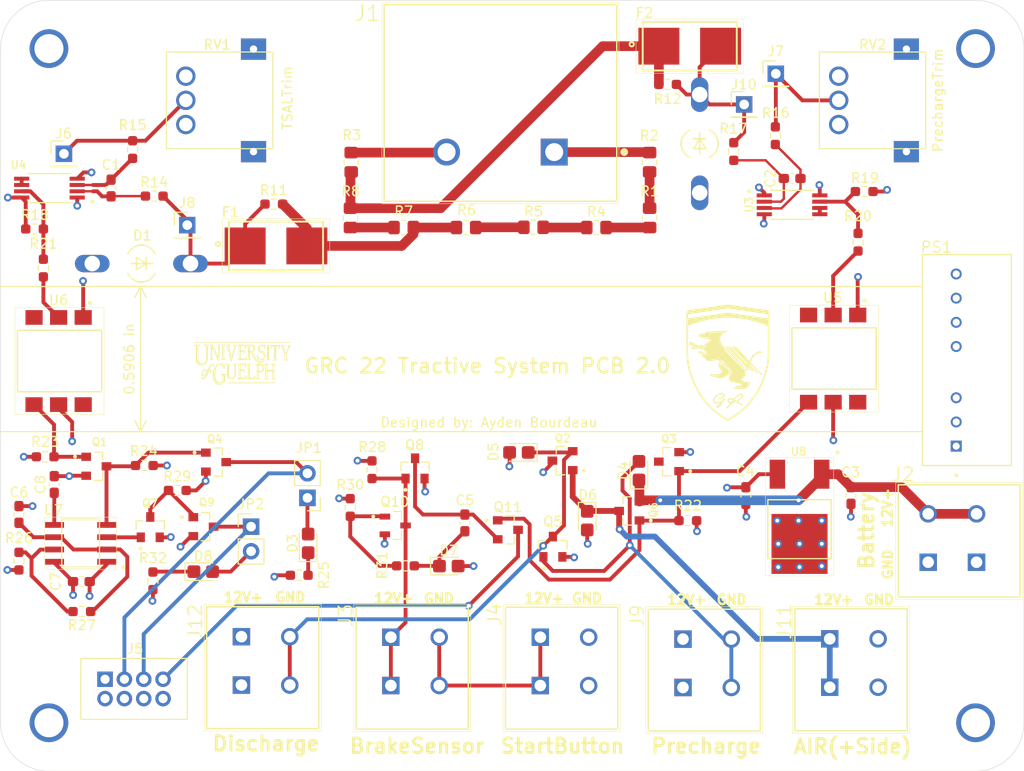
<source format=kicad_pcb>
(kicad_pcb (version 20171130) (host pcbnew "(5.1.12)-1")
  (layers (0 F.Cu signal) (1 GND power hide) (2 PWR power hide) (31 B.Cu signal) (34 B.Paste user) (35 F.Paste user) (36 B.SilkS user) (37 F.SilkS user) (38 B.Mask user) (39 F.Mask user) (44 Edge.Cuts user))
  (net 0 "")
  (net 1 /PrechargeV-)
  (net 2 /PreChargeV+)
  (net 3 /TSAL_LM311V+)
  (net 4 /TSAL_LM311V-)
  (net 5 GLV-)
  (net 6 GLV+)
  (net 7 /555Trigger)
  (net 8 +BATT)
  (net 9 /BusRefTSAL)
  (net 10 GND)
  (net 11 "Net-(D2-Pad1)")
  (net 12 /OBLEDResistorGreen)
  (net 13 /OBLEDGreen)
  (net 14 /Precharge-)
  (net 15 /AIR+)
  (net 16 /OBLEDResistorRed)
  (net 17 /OBLEDRed)
  (net 18 /TSALRef)
  (net 19 /BusOutTSAL)
  (net 20 /BusReturn)
  (net 21 /BusLine)
  (net 22 /RTDOutput)
  (net 23 /RED+)
  (net 24 /Green+)
  (net 25 /Discharge)
  (net 26 "Net-(PS1-Pad3)")
  (net 27 +12V)
  (net 28 /555Reset)
  (net 29 /InvertBus)
  (net 30 /PrechargeOPTO)
  (net 31 /555DriveRED)
  (net 32 /555Output)
  (net 33 "Net-(R1-Pad1)")
  (net 34 "Net-(R4-Pad1)")
  (net 35 /TSALCompOut)
  (net 36 /PrechargeCompOUT)
  (net 37 "Net-(R20-Pad2)")
  (net 38 "Net-(R21-Pad2)")
  (net 39 /555Discharge)
  (net 40 /RTDLatch)
  (net 41 /Common)
  (net 42 /RTDReady)
  (net 43 /PrechargeRef)
  (net 44 /BusOutPrecharge)
  (net 45 "Net-(C8-Pad1)")
  (net 46 "Net-(Q10-Pad1)")
  (net 47 "Net-(R1-Pad2)")
  (net 48 "Net-(R5-Pad1)")
  (net 49 "Net-(R7-Pad2)")
  (net 50 "Net-(U3-Pad5)")
  (net 51 "Net-(U4-Pad5)")
  (net 52 "Net-(U5-Pad6)")
  (net 53 "Net-(U6-Pad6)")
  (net 54 "Net-(C5-Pad2)")
  (module Footprints:UofGLogoFinal (layer F.Cu) (at 121.6 63.7)
    (fp_text reference G*** hide)
    (fp_text value LOGO hide)
  )
  (module Footprints:GRCLogo (layer F.Cu) (at 171.8 63.4)
    (fp_text reference G*** hide)
    (fp_text value LOGO hide)
  )
  (module TractiveSystemLib:CUI_TBL001-500-02GY-2GY (layer F.Cu) (at 121.5 91.7)
    (fp_text reference J12 (at -4.775 -1.525 90) (layer F.SilkS) (effects (font (size 1.4 1.4))))
    (fp_text value DischargeRelay)
    (pad 2 thru_hole circle (at 5 5) (size 1.8 1.8) (drill 1.2) (layers *.Cu *.Mask) (net 25 /Discharge))
    (pad 1 thru_hole rect (at 0 5) (size 1.8 1.8) (drill 1.2) (layers *.Cu *.Mask) (net 5 GLV-))
    (pad 2 thru_hole circle (at 5 0) (size 1.8 1.8) (drill 1.2) (layers *.Cu *.Mask) (net 25 /Discharge))
    (pad 1 thru_hole rect (at 0 0) (size 1.8 1.8) (drill 1.2) (layers *.Cu *.Mask) (net 5 GLV-))
  )
  (module TractiveSystemLib:PT01-D120K2-B103 (layer F.Cu) (at 119.25 36.25 270)
    (fp_text reference RV1 (at -5.75 0.25 180) (layer F.SilkS))
    (fp_text value 10kΩ)
    (pad "" np_thru_hole rect (at 5.3 -3.5 270) (size 2.2 2.6) (drill 0.762) (layers *.Cu *.Mask))
    (pad "" np_thru_hole rect (at -5.3 -3.5 270) (size 2.2 2.6) (drill 0.762) (layers *.Cu *.Mask))
    (pad 1 thru_hole circle (at -2.5 3.5 270) (size 2 2) (drill 1.4) (layers *.Cu *.Mask) (net 27 +12V))
    (pad 2 thru_hole circle (at 0 3.5 270) (size 2 2) (drill 1.4) (layers *.Cu *.Mask) (net 18 /TSALRef))
    (pad 3 thru_hole circle (at 2.5 3.5 270) (size 2 2) (drill 1.4) (layers *.Cu *.Mask) (net 10 GND))
  )
  (module TractiveSystemLib:FUSE_0154004.DRTL (layer F.Cu) (at 125.075 51.3)
    (fp_text reference F1 (at -4.71 -3.4913) (layer F.SilkS) (effects (font (size 1.0018 1.0018))))
    (fp_text value Fuse_Small)
    (pad 2 smd rect (at 3.19 0) (size 4.24 3.81) (layers F.Cu F.Paste F.Mask) (net 19 /BusOutTSAL))
    (pad 1 smd rect (at -3.19 0) (size 4.24 3.81) (layers F.Cu F.Paste F.Mask) (net 9 /BusRefTSAL))
  )
  (module TractiveSystemLib:PT01-D120K2-B103 (layer F.Cu) (at 186.75 36.25 270)
    (fp_text reference RV2 (at -5.75 0 180) (layer F.SilkS))
    (fp_text value 10kΩ)
    (pad "" np_thru_hole rect (at 5.3 -3.5 270) (size 2.2 2.6) (drill 0.762) (layers *.Cu *.Mask))
    (pad "" np_thru_hole rect (at -5.3 -3.5 270) (size 2.2 2.6) (drill 0.762) (layers *.Cu *.Mask))
    (pad 1 thru_hole circle (at -2.5 3.5 270) (size 2 2) (drill 1.4) (layers *.Cu *.Mask) (net 27 +12V))
    (pad 2 thru_hole circle (at 0 3.5 270) (size 2 2) (drill 1.4) (layers *.Cu *.Mask) (net 43 /PrechargeRef))
    (pad 3 thru_hole circle (at 2.5 3.5 270) (size 2 2) (drill 1.4) (layers *.Cu *.Mask) (net 10 GND))
  )
  (module TractiveSystemLib:R_0805_2012Metric_Pad1.20x1.40mm_HandSolder (layer F.Cu) (at 163.7 42.65 270)
    (fp_text reference R2 (at -2.75 0.05 180) (layer F.SilkS))
    (fp_text value 200kΩ)
    (pad 2 smd roundrect (at 1 0 270) (size 1.2 1.4) (layers F.Cu F.Paste F.Mask) (roundrect_rratio 0.208333) (net 33 "Net-(R1-Pad1)"))
    (pad 1 smd roundrect (at -1 0 270) (size 1.2 1.4) (layers F.Cu F.Paste F.Mask) (roundrect_rratio 0.208333) (net 21 /BusLine))
  )
  (module TractiveSystemLib:R_0805_2012Metric_Pad1.20x1.40mm_HandSolder (layer F.Cu) (at 163.7 48.4 270)
    (fp_text reference R1 (at -2.75 0 180) (layer F.SilkS))
    (fp_text value 200kΩ)
    (pad 2 smd roundrect (at 1 0 270) (size 1.2 1.4) (layers F.Cu F.Paste F.Mask) (roundrect_rratio 0.208333) (net 47 "Net-(R1-Pad2)"))
    (pad 1 smd roundrect (at -1 0 270) (size 1.2 1.4) (layers F.Cu F.Paste F.Mask) (roundrect_rratio 0.208333) (net 33 "Net-(R1-Pad1)"))
  )
  (module TractiveSystemLib:R_0805_2012Metric_Pad1.20x1.40mm_HandSolder (layer F.Cu) (at 132.775 48.4 90)
    (fp_text reference R8 (at 2.75 0.025 180) (layer F.SilkS))
    (fp_text value 25kΩ)
    (pad 2 smd roundrect (at 1 0 90) (size 1.2 1.4) (layers F.Cu F.Paste F.Mask) (roundrect_rratio 0.208333) (net 44 /BusOutPrecharge))
    (pad 1 smd roundrect (at -1 0 90) (size 1.2 1.4) (layers F.Cu F.Paste F.Mask) (roundrect_rratio 0.208333) (net 49 "Net-(R7-Pad2)"))
  )
  (module TractiveSystemLib:R_0805_2012Metric_Pad1.20x1.40mm_HandSolder (layer F.Cu) (at 138.275 49.4 180)
    (fp_text reference R7 (at 0 1.675) (layer F.SilkS))
    (fp_text value 150kΩ)
    (pad 2 smd roundrect (at 1 0 180) (size 1.2 1.4) (layers F.Cu F.Paste F.Mask) (roundrect_rratio 0.208333) (net 49 "Net-(R7-Pad2)"))
    (pad 1 smd roundrect (at -1 0 180) (size 1.2 1.4) (layers F.Cu F.Paste F.Mask) (roundrect_rratio 0.208333) (net 19 /BusOutTSAL))
  )
  (module TractiveSystemLib:R_0805_2012Metric_Pad1.20x1.40mm_HandSolder (layer F.Cu) (at 144.725 49.4 180)
    (fp_text reference R6 (at -0.05 1.8) (layer F.SilkS))
    (fp_text value 150kΩ)
    (pad 2 smd roundrect (at 1 0 180) (size 1.2 1.4) (layers F.Cu F.Paste F.Mask) (roundrect_rratio 0.208333) (net 19 /BusOutTSAL))
    (pad 1 smd roundrect (at -1 0 180) (size 1.2 1.4) (layers F.Cu F.Paste F.Mask) (roundrect_rratio 0.208333) (net 48 "Net-(R5-Pad1)"))
  )
  (module TractiveSystemLib:R_0805_2012Metric_Pad1.20x1.40mm_HandSolder (layer F.Cu) (at 151.7 49.375)
    (fp_text reference R5 (at 0 -1.65) (layer F.SilkS))
    (fp_text value 500kΩ)
    (pad 2 smd roundrect (at 1 0) (size 1.2 1.4) (layers F.Cu F.Paste F.Mask) (roundrect_rratio 0.208333) (net 34 "Net-(R4-Pad1)"))
    (pad 1 smd roundrect (at -1 0) (size 1.2 1.4) (layers F.Cu F.Paste F.Mask) (roundrect_rratio 0.208333) (net 48 "Net-(R5-Pad1)"))
  )
  (module TractiveSystemLib:R_0805_2012Metric_Pad1.20x1.40mm_HandSolder (layer F.Cu) (at 158.2 49.4)
    (fp_text reference R4 (at 0 -1.65) (layer F.SilkS))
    (fp_text value 500kΩ)
    (pad 2 smd roundrect (at 1 0) (size 1.2 1.4) (layers F.Cu F.Paste F.Mask) (roundrect_rratio 0.208333) (net 47 "Net-(R1-Pad2)"))
    (pad 1 smd roundrect (at -1 0) (size 1.2 1.4) (layers F.Cu F.Paste F.Mask) (roundrect_rratio 0.208333) (net 34 "Net-(R4-Pad1)"))
  )
  (module TractiveSystemLib:R_0805_2012Metric_Pad1.20x1.40mm_HandSolder (layer F.Cu) (at 132.85 42.65 90)
    (fp_text reference R3 (at 2.8 0.05 180) (layer F.SilkS))
    (fp_text value 25kΩ)
    (pad 2 smd roundrect (at 1 0 90) (size 1.2 1.4) (layers F.Cu F.Paste F.Mask) (roundrect_rratio 0.208333) (net 20 /BusReturn))
    (pad 1 smd roundrect (at -1 0 90) (size 1.2 1.4) (layers F.Cu F.Paste F.Mask) (roundrect_rratio 0.208333) (net 44 /BusOutPrecharge))
  )
  (module TractiveSystemLib:2-56Mount (layer F.Cu) (at 197.4 30.9)
    (fp_text reference REF** hide)
    (fp_text value 2-56Mount)
    (pad "" np_thru_hole circle (at 0 0) (size 4 4) (drill 3) (layers *.Cu *.Mask))
  )
  (module TractiveSystemLib:D_0805_2012Metric_Castellated (layer F.Cu) (at 150.1875 72.65 180)
    (fp_text reference D5 (at 2.6375 0.05 90) (layer F.SilkS))
    (fp_text value Flyback)
    (pad 2 smd roundrect (at 0.9625 0 180) (size 1.325 1.3) (layers F.Cu F.Paste F.Mask) (roundrect_rratio 0.192308) (net 5 GLV-))
    (pad 1 smd roundrect (at -0.9625 0 180) (size 1.325 1.3) (layers F.Cu F.Paste F.Mask) (roundrect_rratio 0.192308) (net 25 /Discharge))
  )
  (module TractiveSystemLib:2-56Mount (layer F.Cu) (at 101.6 100.6)
    (fp_text reference REF** hide)
    (fp_text value 2-56Mount)
    (pad "" np_thru_hole circle (at 0 0) (size 4 4) (drill 3) (layers *.Cu *.Mask))
  )
  (module TractiveSystemLib:2-56Mount (layer F.Cu) (at 197.4 100.6)
    (fp_text reference REF** hide)
    (fp_text value 2-56Mount)
    (pad "" np_thru_hole circle (at 0 0) (size 4 4) (drill 3) (layers *.Cu *.Mask))
  )
  (module TractiveSystemLib:2-56Mount (layer F.Cu) (at 101.6 30.9)
    (fp_text reference REF** hide)
    (fp_text value 2-56Mount)
    (pad "" np_thru_hole circle (at 0 0) (size 4 4) (drill 3) (layers *.Cu *.Mask))
  )
  (module TractiveSystemLib:BZT03C12-TR (layer F.Cu) (at 149.05 80.65)
    (fp_text reference Q11 (at 0 -2.35 180) (layer F.SilkS))
    (fp_text value RSC)
    (pad 3 smd rect (at 1.05 0 270) (size 0.85 1) (layers F.Cu F.Paste F.Mask) (net 42 /RTDReady))
    (pad 1 smd rect (at -1.05 -0.98 270) (size 0.85 1) (layers F.Cu F.Paste F.Mask) (net 30 /PrechargeOPTO))
    (pad 2 smd rect (at -1.05 0.98 270) (size 0.85 1) (layers F.Cu F.Paste F.Mask) (net 22 /RTDOutput))
  )
  (module TractiveSystemLib:SOT91P240X110-3N (layer F.Cu) (at 137.4 80.2)
    (fp_text reference Q10 (at -0.05 -2.45) (layer F.SilkS))
    (fp_text value FMMT494QTA)
    (pad 2 smd rect (at 1.07 0) (size 1.09 0.61) (layers F.Cu F.Paste F.Mask) (net 40 /RTDLatch))
    (pad 3 smd rect (at -1.07 0.915) (size 1.09 0.61) (layers F.Cu F.Paste F.Mask) (net 5 GLV-))
    (pad 1 smd rect (at -1.07 -0.915) (size 1.09 0.61) (layers F.Cu F.Paste F.Mask) (net 46 "Net-(Q10-Pad1)"))
  )
  (module TractiveSystemLib:CUI_TBL001-500-02GY-2GY (layer F.Cu) (at 192.5 84 90)
    (fp_text reference J2 (at 9.075 -2.6 180) (layer F.SilkS) (effects (font (size 1.4 1.4))))
    (fp_text value PowerInput)
    (pad 1 thru_hole rect (at 0 0 90) (size 1.8 1.8) (drill 1.2) (layers *.Cu *.Mask) (net 5 GLV-))
    (pad 2 thru_hole circle (at 5 0 90) (size 1.8 1.8) (drill 1.2) (layers *.Cu *.Mask) (net 8 +BATT))
    (pad 1 thru_hole rect (at 0 5 90) (size 1.8 1.8) (drill 1.2) (layers *.Cu *.Mask) (net 5 GLV-))
    (pad 2 thru_hole circle (at 5 5 90) (size 1.8 1.8) (drill 1.2) (layers *.Cu *.Mask) (net 8 +BATT))
  )
  (module TractiveSystemLib:TE_8PCV-02-006 (layer F.Cu) (at 148.275 41.6 180)
    (fp_text reference J1 (at 13.75 14.35 180) (layer F.SilkS) (effects (font (size 1.6032 1.6032))))
    (fp_text value BusIn)
    (pad 1 thru_hole rect (at -5.5626 0 180) (size 2.7813 2.7813) (drill 1.8542) (layers *.Cu *.Mask) (net 21 /BusLine))
    (pad 2 thru_hole circle (at 5.5626 0 180) (size 2.7813 2.7813) (drill 1.8542) (layers *.Cu *.Mask) (net 20 /BusReturn))
  )
  (module TractiveSystemLib:C_0603_1608Metric_Pad1.08x0.95mm_HandSolder (layer F.Cu) (at 178.4375 44.325)
    (fp_text reference C2 (at -2.2625 0 270) (layer F.SilkS))
    (fp_text value 10nF)
    (pad 2 smd roundrect (at 0.8625 0) (size 1.075 0.95) (layers F.Cu F.Paste F.Mask) (net 1 /PrechargeV-))
    (pad 1 smd roundrect (at -0.8625 0) (size 1.075 0.95) (layers F.Cu F.Paste F.Mask) (net 2 /PreChargeV+))
  )
  (module TractiveSystemLib:C_0603_1608Metric_Pad1.08x0.95mm_HandSolder (layer F.Cu) (at 108.025 45.3125 90)
    (fp_text reference C1 (at 2.4 0 180) (layer F.SilkS))
    (fp_text value 10nF)
    (pad 1 smd roundrect (at -0.8625 0 90) (size 1.075 0.95) (layers F.Cu F.Paste F.Mask) (net 3 /TSAL_LM311V+))
    (pad 2 smd roundrect (at 0.8625 0 90) (size 1.075 0.95) (layers F.Cu F.Paste F.Mask) (net 4 /TSAL_LM311V-))
  )
  (module TractiveSystemLib:C_0603_1608Metric_Pad1.08x0.95mm_HandSolder (layer F.Cu) (at 104.95 86)
    (fp_text reference C7 (at -2.65 0 90) (layer F.SilkS))
    (fp_text value 100nF)
    (pad 2 smd roundrect (at 0.8625 0) (size 1.075 0.95) (layers F.Cu F.Paste F.Mask) (net 5 GLV-))
    (pad 1 smd roundrect (at -0.8625 0) (size 1.075 0.95) (layers F.Cu F.Paste F.Mask) (net 6 GLV+))
  )
  (module TractiveSystemLib:C_0603_1608Metric_Pad1.08x0.95mm_HandSolder (layer F.Cu) (at 102.15 75.9625 90)
    (fp_text reference C8 (at 0 -1.43 90) (layer F.SilkS))
    (fp_text value 100nF)
    (pad 1 smd roundrect (at -0.8625 0 90) (size 1.075 0.95) (layers F.Cu F.Paste F.Mask) (net 45 "Net-(C8-Pad1)"))
    (pad 2 smd roundrect (at 0.8625 0 90) (size 1.075 0.95) (layers F.Cu F.Paste F.Mask) (net 5 GLV-))
  )
  (module TractiveSystemLib:C_0603_1608Metric_Pad1.08x0.95mm_HandSolder (layer F.Cu) (at 98.5 79.0625 90)
    (fp_text reference C6 (at 2.3 0 180) (layer F.SilkS))
    (fp_text value 1μF)
    (pad 2 smd roundrect (at 0.8625 0 90) (size 1.075 0.95) (layers F.Cu F.Paste F.Mask) (net 5 GLV-))
    (pad 1 smd roundrect (at -0.8625 0 90) (size 1.075 0.95) (layers F.Cu F.Paste F.Mask) (net 7 /555Trigger))
  )
  (module TractiveSystemLib:C_0603_1608Metric_Pad1.08x0.95mm_HandSolder (layer F.Cu) (at 184.525 77.1 270)
    (fp_text reference C3 (at -2.4 0.05 180) (layer F.SilkS))
    (fp_text value 1μF)
    (pad 2 smd roundrect (at 0.8625 0 270) (size 1.075 0.95) (layers F.Cu F.Paste F.Mask) (net 5 GLV-))
    (pad 1 smd roundrect (at -0.8625 0 270) (size 1.075 0.95) (layers F.Cu F.Paste F.Mask) (net 8 +BATT))
  )
  (module TractiveSystemLib:C_0603_1608Metric_Pad1.08x0.95mm_HandSolder (layer F.Cu) (at 144.6 79.9375 270)
    (fp_text reference C5 (at -2.3375 0 180) (layer F.SilkS))
    (fp_text value 1μF)
    (pad 1 smd roundrect (at -0.8625 0 270) (size 1.075 0.95) (layers F.Cu F.Paste F.Mask) (net 22 /RTDOutput))
    (pad 2 smd roundrect (at 0.8625 0 270) (size 1.075 0.95) (layers F.Cu F.Paste F.Mask) (net 54 "Net-(C5-Pad2)"))
  )
  (module TractiveSystemLib:C_0603_1608Metric_Pad1.08x0.95mm_HandSolder (layer F.Cu) (at 173.65 77.1125 270)
    (fp_text reference C4 (at -2.5125 0.05 180) (layer F.SilkS))
    (fp_text value 1μF)
    (pad 1 smd roundrect (at -0.8625 0 270) (size 1.075 0.95) (layers F.Cu F.Paste F.Mask) (net 6 GLV+))
    (pad 2 smd roundrect (at 0.8625 0 270) (size 1.075 0.95) (layers F.Cu F.Paste F.Mask) (net 5 GLV-))
  )
  (module TractiveSystemLib:SOD57-10 (layer F.Cu) (at 111.155 53.125 180)
    (fp_text reference D1 (at -0.1 2.9) (layer F.SilkS) (effects (font (size 1.0003 1.0003))))
    (fp_text value 12V)
    (pad 1 thru_hole oval (at -5.08 0 180) (size 3.5814 1.7907) (drill 1.6) (layers *.Cu *.Mask) (net 9 /BusRefTSAL))
    (pad 2 thru_hole oval (at 5.08 0 180) (size 3.5814 1.7907) (drill 1.6) (layers *.Cu *.Mask) (net 10 GND))
  )
  (module TractiveSystemLib:SOD57-10 (layer F.Cu) (at 168.875 40.73 270)
    (fp_text reference D2)
    (fp_text value 12V)
    (pad 2 thru_hole oval (at 5.08 0 270) (size 3.5814 1.7907) (drill 1.6) (layers *.Cu *.Mask) (net 10 GND))
    (pad 1 thru_hole oval (at -5.08 0 270) (size 3.5814 1.7907) (drill 1.6) (layers *.Cu *.Mask) (net 11 "Net-(D2-Pad1)"))
  )
  (module TractiveSystemLib:D_0805_2012Metric_Castellated (layer F.Cu) (at 128.4 82.05 90)
    (fp_text reference D3 (at 0 -1.6 90) (layer F.SilkS))
    (fp_text value LED)
    (pad 1 smd roundrect (at -0.9625 0 90) (size 1.325 1.3) (layers F.Cu F.Paste F.Mask) (roundrect_rratio 0.192308) (net 12 /OBLEDResistorGreen))
    (pad 2 smd roundrect (at 0.9625 0 90) (size 1.325 1.3) (layers F.Cu F.Paste F.Mask) (roundrect_rratio 0.192308) (net 13 /OBLEDGreen))
  )
  (module TractiveSystemLib:D_0805_2012Metric_Castellated (layer F.Cu) (at 162.6 74.5375 90)
    (fp_text reference D4 (at 0 -1.6 90) (layer F.SilkS))
    (fp_text value Flyback)
    (pad 2 smd roundrect (at 0.9625 0 90) (size 1.325 1.3) (layers F.Cu F.Paste F.Mask) (roundrect_rratio 0.192308) (net 14 /Precharge-))
    (pad 1 smd roundrect (at -0.9625 0 90) (size 1.325 1.3) (layers F.Cu F.Paste F.Mask) (roundrect_rratio 0.192308) (net 8 +BATT))
  )
  (module TractiveSystemLib:D_0805_2012Metric_Castellated (layer F.Cu) (at 157.25 79.7 270)
    (fp_text reference D6 (at -2.65 -0.05 180) (layer F.SilkS))
    (fp_text value Flyback)
    (pad 1 smd roundrect (at -0.9625 0 270) (size 1.325 1.3) (layers F.Cu F.Paste F.Mask) (roundrect_rratio 0.192308) (net 15 /AIR+))
    (pad 2 smd roundrect (at 0.9625 0 270) (size 1.325 1.3) (layers F.Cu F.Paste F.Mask) (roundrect_rratio 0.192308) (net 5 GLV-))
  )
  (module TractiveSystemLib:D_0805_2012Metric_Castellated (layer F.Cu) (at 142.9375 84.4)
    (fp_text reference D7 (at 0 -1.6) (layer F.SilkS))
    (fp_text value D)
    (pad 1 smd roundrect (at -0.9625 0) (size 1.325 1.3) (layers F.Cu F.Paste F.Mask) (roundrect_rratio 0.192308) (net 54 "Net-(C5-Pad2)"))
    (pad 2 smd roundrect (at 0.9625 0) (size 1.325 1.3) (layers F.Cu F.Paste F.Mask) (roundrect_rratio 0.192308) (net 5 GLV-))
  )
  (module TractiveSystemLib:D_0805_2012Metric_Castellated (layer F.Cu) (at 117.55 84.975)
    (fp_text reference D8 (at 0 -1.6) (layer F.SilkS))
    (fp_text value LED)
    (pad 1 smd roundrect (at -0.9625 0) (size 1.325 1.3) (layers F.Cu F.Paste F.Mask) (roundrect_rratio 0.192308) (net 16 /OBLEDResistorRed))
    (pad 2 smd roundrect (at 0.9625 0) (size 1.325 1.3) (layers F.Cu F.Paste F.Mask) (roundrect_rratio 0.192308) (net 17 /OBLEDRed))
  )
  (module TractiveSystemLib:FUSE_0154004.DRTL (layer F.Cu) (at 167.85 30.65)
    (fp_text reference F2 (at -4.69 -3.45) (layer F.SilkS) (effects (font (size 1.0018 1.0018))))
    (fp_text value Fuse_Small)
    (pad 2 smd rect (at 3.19 0) (size 4.24 3.81) (layers F.Cu F.Paste F.Mask) (net 11 "Net-(D2-Pad1)"))
    (pad 1 smd rect (at -3.19 0) (size 4.24 3.81) (layers F.Cu F.Paste F.Mask) (net 44 /BusOutPrecharge))
  )
  (module TractiveSystemLib:CUI_TBL001-500-02GY-2GY (layer F.Cu) (at 136.95 91.75)
    (fp_text reference J3 (at -4.675 -2.25 90) (layer F.SilkS) (effects (font (size 1.4 1.4))))
    (fp_text value BrakePositionSensor)
    (pad 2 thru_hole circle (at 5 5) (size 1.8 1.8) (drill 1.2) (layers *.Cu *.Mask) (net 41 /Common))
    (pad 1 thru_hole rect (at 0 5) (size 1.8 1.8) (drill 1.2) (layers *.Cu *.Mask) (net 40 /RTDLatch))
    (pad 2 thru_hole circle (at 5 0) (size 1.8 1.8) (drill 1.2) (layers *.Cu *.Mask) (net 41 /Common))
    (pad 1 thru_hole rect (at 0 0) (size 1.8 1.8) (drill 1.2) (layers *.Cu *.Mask) (net 40 /RTDLatch))
  )
  (module TractiveSystemLib:CUI_TBL001-500-02GY-2GY (layer F.Cu) (at 152.4 91.75)
    (fp_text reference J4 (at -4.725 -2.35 90) (layer F.SilkS) (effects (font (size 1.4 1.4))))
    (fp_text value StartButton)
    (pad 1 thru_hole rect (at 0 0) (size 1.8 1.8) (drill 1.2) (layers *.Cu *.Mask) (net 41 /Common))
    (pad 2 thru_hole circle (at 5 0) (size 1.8 1.8) (drill 1.2) (layers *.Cu *.Mask) (net 5 GLV-))
    (pad 1 thru_hole rect (at 0 5) (size 1.8 1.8) (drill 1.2) (layers *.Cu *.Mask) (net 41 /Common))
    (pad 2 thru_hole circle (at 5 5) (size 1.8 1.8) (drill 1.2) (layers *.Cu *.Mask) (net 5 GLV-))
  )
  (module TractiveSystemLib:878310819 (layer F.Cu) (at 110.4 97.1)
    (fp_text reference J5 (at 0.1 -4.15) (layer F.SilkS))
    (fp_text value Molex)
    (pad 8 thru_hole circle (at 3 1) (size 1.6 1.6) (drill 0.95) (layers *.Cu *.Mask) (net 5 GLV-))
    (pad 7 thru_hole circle (at 1 1) (size 1.6 1.6) (drill 0.95) (layers *.Cu *.Mask) (net 5 GLV-))
    (pad 6 thru_hole circle (at -1 1) (size 1.6 1.6) (drill 0.95) (layers *.Cu *.Mask) (net 5 GLV-))
    (pad 5 thru_hole circle (at -3 1) (size 1.6 1.6) (drill 0.95) (layers *.Cu *.Mask) (net 5 GLV-))
    (pad 4 thru_hole circle (at 3 -1) (size 1.6 1.6) (drill 0.95) (layers *.Cu *.Mask) (net 42 /RTDReady))
    (pad 3 thru_hole circle (at 1 -1) (size 1.6 1.6) (drill 0.95) (layers *.Cu *.Mask) (net 23 /RED+))
    (pad 2 thru_hole circle (at -1 -1) (size 1.6 1.6) (drill 0.95) (layers *.Cu *.Mask) (net 24 /Green+))
    (pad 1 thru_hole rect (at -3 -1) (size 1.6 1.6) (drill 0.95) (layers *.Cu *.Mask) (net 6 GLV+))
  )
  (module TractiveSystemLib:PinHeader_1x01_P2.54mm_Vertical (layer F.Cu) (at 103.15 41.775)
    (fp_text reference J6 (at -0.025 -2.1) (layer F.SilkS))
    (fp_text value BypassPin)
    (pad 1 thru_hole rect (at 0 0) (size 1.7 1.7) (drill 1) (layers *.Cu *.Mask) (net 18 /TSALRef))
  )
  (module TractiveSystemLib:PinHeader_1x01_P2.54mm_Vertical (layer F.Cu) (at 176.75 33.5)
    (fp_text reference J7 (at 0 -2.33) (layer F.SilkS))
    (fp_text value TSW-101-23-S-S)
    (pad 1 thru_hole rect (at 0 0) (size 1.7 1.7) (drill 1) (layers *.Cu *.Mask) (net 43 /PrechargeRef))
  )
  (module TractiveSystemLib:PinHeader_1x01_P2.54mm_Vertical (layer F.Cu) (at 115.9 49.15)
    (fp_text reference J8 (at 0 -2.3) (layer F.SilkS))
    (fp_text value BypassPin)
    (pad 1 thru_hole rect (at 0 0) (size 1.7 1.7) (drill 1) (layers *.Cu *.Mask) (net 9 /BusRefTSAL))
  )
  (module TractiveSystemLib:CUI_TBL001-500-02GY-2GY (layer F.Cu) (at 167.15 91.95)
    (fp_text reference J9 (at -4.725 -2.375 90) (layer F.SilkS) (effects (font (size 1.4 1.4))))
    (fp_text value "PC Out")
    (pad 1 thru_hole rect (at 0 0) (size 1.8 1.8) (drill 1.2) (layers *.Cu *.Mask) (net 6 GLV+))
    (pad 2 thru_hole circle (at 5 0) (size 1.8 1.8) (drill 1.2) (layers *.Cu *.Mask) (net 14 /Precharge-))
    (pad 1 thru_hole rect (at 0 5) (size 1.8 1.8) (drill 1.2) (layers *.Cu *.Mask) (net 6 GLV+))
    (pad 2 thru_hole circle (at 5 5) (size 1.8 1.8) (drill 1.2) (layers *.Cu *.Mask) (net 14 /Precharge-))
  )
  (module TractiveSystemLib:PinHeader_1x01_P2.54mm_Vertical (layer F.Cu) (at 173.475 36.675)
    (fp_text reference J10 (at -0.025 -2.05 180) (layer F.SilkS))
    (fp_text value TSW-101-23-S-S)
    (pad 1 thru_hole rect (at 0 0) (size 1.7 1.7) (drill 1) (layers *.Cu *.Mask) (net 11 "Net-(D2-Pad1)"))
  )
  (module TractiveSystemLib:CUI_TBL001-500-02GY-2GY (layer F.Cu) (at 182.325 91.925)
    (fp_text reference J11 (at -4.7 -1.775 90) (layer F.SilkS) (effects (font (size 1.4 1.4))))
    (fp_text value "AIR Out")
    (pad 1 thru_hole rect (at 0 0) (size 1.8 1.8) (drill 1.2) (layers *.Cu *.Mask) (net 15 /AIR+))
    (pad 2 thru_hole circle (at 5 0) (size 1.8 1.8) (drill 1.2) (layers *.Cu *.Mask) (net 5 GLV-))
    (pad 1 thru_hole rect (at 0 5) (size 1.8 1.8) (drill 1.2) (layers *.Cu *.Mask) (net 15 /AIR+))
    (pad 2 thru_hole circle (at 5 5) (size 1.8 1.8) (drill 1.2) (layers *.Cu *.Mask) (net 5 GLV-))
  )
  (module TractiveSystemLib:PinHeader_1x02_P2.54mm_Vertical (layer F.Cu) (at 128.325 77.35 180)
    (fp_text reference JP1 (at -0.15 5.175) (layer F.SilkS))
    (fp_text value Jumper)
    (pad 2 thru_hole oval (at 0 2.54 180) (size 1.7 1.7) (drill 1) (layers *.Cu *.Mask) (net 24 /Green+))
    (pad 1 thru_hole rect (at 0 0 180) (size 1.7 1.7) (drill 1) (layers *.Cu *.Mask) (net 13 /OBLEDGreen))
  )
  (module TractiveSystemLib:PinHeader_1x02_P2.54mm_Vertical (layer F.Cu) (at 122.5 80.325)
    (fp_text reference JP2 (at 0 -2.33) (layer F.SilkS))
    (fp_text value Jumper)
    (pad 1 thru_hole rect (at 0 0) (size 1.7 1.7) (drill 1) (layers *.Cu *.Mask) (net 23 /RED+))
    (pad 2 thru_hole oval (at 0 2.54) (size 1.7 1.7) (drill 1) (layers *.Cu *.Mask) (net 17 /OBLEDRed))
  )
  (module TractiveSystemLib:CONV_SPBW06F-12 (layer F.Cu) (at 196.5 63.1 90)
    (fp_text reference PS1 (at 11.675 -3.15) (layer F.SilkS) (effects (font (size 1.12 1.12))))
    (fp_text value SPBW06F-12)
    (pad 1 thru_hole rect (at -8.9 -1.1 90) (size 1.13 1.13) (drill 0.73) (layers *.Cu *.Mask) (net 5 GLV-))
    (pad 2 thru_hole circle (at -6.4 -1.1 90) (size 1.13 1.13) (drill 0.73) (layers *.Cu *.Mask) (net 8 +BATT))
    (pad 3 thru_hole circle (at -3.9 -1.1 90) (size 1.13 1.13) (drill 0.73) (layers *.Cu *.Mask) (net 26 "Net-(PS1-Pad3)"))
    (pad 8 thru_hole circle (at 8.9 -1.1 90) (size 1.13 1.13) (drill 0.73) (layers *.Cu *.Mask))
    (pad 5 thru_hole circle (at 1.4 -1.1 90) (size 1.13 1.13) (drill 0.73) (layers *.Cu *.Mask))
    (pad 6 thru_hole circle (at 3.9 -1.1 90) (size 1.13 1.13) (drill 0.73) (layers *.Cu *.Mask) (net 27 +12V))
    (pad 7 thru_hole circle (at 6.4 -1.1 90) (size 1.13 1.13) (drill 0.73) (layers *.Cu *.Mask) (net 10 GND))
  )
  (module TractiveSystemLib:2N7002H6327XTSA2 (layer F.Cu) (at 106.5 74.08)
    (fp_text reference Q1 (at 0.34 -2.508) (layer F.SilkS) (effects (font (size 0.8 0.8))))
    (fp_text value 2N7002)
    (pad 3 smd rect (at 1.05 0 270) (size 0.85 1) (layers F.Cu F.Paste F.Mask) (net 28 /555Reset))
    (pad 1 smd rect (at -1.05 -0.98 270) (size 0.85 1) (layers F.Cu F.Paste F.Mask) (net 29 /InvertBus))
    (pad 2 smd rect (at -1.05 0.98 270) (size 0.85 1) (layers F.Cu F.Paste F.Mask) (net 5 GLV-))
  )
  (module TractiveSystemLib:2N7002H6327XTSA2 (layer F.Cu) (at 154.7 73.5 180)
    (fp_text reference Q2 (at 0 2.3) (layer F.SilkS) (effects (font (size 0.8 0.8))))
    (fp_text value 2N7002)
    (pad 2 smd rect (at -1.05 0.98 90) (size 0.85 1) (layers F.Cu F.Paste F.Mask) (net 25 /Discharge))
    (pad 1 smd rect (at -1.05 -0.98 90) (size 0.85 1) (layers F.Cu F.Paste F.Mask) (net 15 /AIR+))
    (pad 3 smd rect (at 1.05 0 90) (size 0.85 1) (layers F.Cu F.Paste F.Mask) (net 6 GLV+))
  )
  (module TractiveSystemLib:2N7002H6327XTSA2 (layer F.Cu) (at 165.7 73.6 180)
    (fp_text reference Q3 (at 0 2.35) (layer F.SilkS) (effects (font (size 0.8 0.8))))
    (fp_text value 2N7002)
    (pad 2 smd rect (at -1.05 0.98 90) (size 0.85 1) (layers F.Cu F.Paste F.Mask) (net 5 GLV-))
    (pad 1 smd rect (at -1.05 -0.98 90) (size 0.85 1) (layers F.Cu F.Paste F.Mask) (net 30 /PrechargeOPTO))
    (pad 3 smd rect (at 1.05 0 90) (size 0.85 1) (layers F.Cu F.Paste F.Mask) (net 14 /Precharge-))
  )
  (module TractiveSystemLib:BZT03C12-TR (layer F.Cu) (at 118.875 73.65)
    (fp_text reference Q4 (at -0.125 -2.375) (layer F.SilkS) (effects (font (size 0.8 0.8))))
    (fp_text value RSC002)
    (pad 2 smd rect (at -1.05 0.98 270) (size 0.85 1) (layers F.Cu F.Paste F.Mask) (net 6 GLV+))
    (pad 1 smd rect (at -1.05 -0.98 270) (size 0.85 1) (layers F.Cu F.Paste F.Mask) (net 28 /555Reset))
    (pad 3 smd rect (at 1.05 0 270) (size 0.85 1) (layers F.Cu F.Paste F.Mask) (net 24 /Green+))
  )
  (module TractiveSystemLib:BZT03C12-TR (layer F.Cu) (at 153.7 82.4 90)
    (fp_text reference Q5 (at 2.6 0 180) (layer F.SilkS))
    (fp_text value RSC002)
    (pad 2 smd rect (at -1.05 0.98) (size 0.85 1) (layers F.Cu F.Paste F.Mask) (net 6 GLV+))
    (pad 1 smd rect (at -1.05 -0.98) (size 0.85 1) (layers F.Cu F.Paste F.Mask) (net 14 /Precharge-))
    (pad 3 smd rect (at 1.05 0) (size 0.85 1) (layers F.Cu F.Paste F.Mask) (net 25 /Discharge))
  )
  (module TractiveSystemLib:BZT03C12-TR (layer F.Cu) (at 161.6 78.7 180)
    (fp_text reference Q6 (at -2.5 0.1 90) (layer F.SilkS) (effects (font (size 0.8 0.8))))
    (fp_text value RSC002)
    (pad 2 smd rect (at -1.05 0.98 90) (size 0.85 1) (layers F.Cu F.Paste F.Mask) (net 8 +BATT))
    (pad 1 smd rect (at -1.05 -0.98 90) (size 0.85 1) (layers F.Cu F.Paste F.Mask) (net 30 /PrechargeOPTO))
    (pad 3 smd rect (at 1.05 0 90) (size 0.85 1) (layers F.Cu F.Paste F.Mask) (net 15 /AIR+))
  )
  (module TractiveSystemLib:2N7002H6327XTSA2 (layer F.Cu) (at 112.075 80.375 90)
    (fp_text reference Q7 (at 2.475 -0.025 180) (layer F.SilkS) (effects (font (size 0.8 0.8))))
    (fp_text value 2N7002)
    (pad 3 smd rect (at 1.05 0) (size 0.85 1) (layers F.Cu F.Paste F.Mask) (net 31 /555DriveRED))
    (pad 1 smd rect (at -1.05 -0.98) (size 0.85 1) (layers F.Cu F.Paste F.Mask) (net 32 /555Output))
    (pad 2 smd rect (at -1.05 0.98) (size 0.85 1) (layers F.Cu F.Paste F.Mask) (net 5 GLV-))
  )
  (module TractiveSystemLib:BZT03C12-TR (layer F.Cu) (at 139.45 74.3 90)
    (fp_text reference Q8 (at 2.4 -0.05 180) (layer F.SilkS))
    (fp_text value RSC002)
    (pad 3 smd rect (at 1.05 0) (size 0.85 1) (layers F.Cu F.Paste F.Mask) (net 22 /RTDOutput))
    (pad 1 smd rect (at -1.05 -0.98) (size 0.85 1) (layers F.Cu F.Paste F.Mask) (net 40 /RTDLatch))
    (pad 2 smd rect (at -1.05 0.98) (size 0.85 1) (layers F.Cu F.Paste F.Mask) (net 6 GLV+))
  )
  (module TractiveSystemLib:BZT03C12-TR (layer F.Cu) (at 117.575 80.325)
    (fp_text reference Q9 (at 0.34 -2.508) (layer F.SilkS) (effects (font (size 0.8 0.8))))
    (fp_text value RSC002)
    (pad 3 smd rect (at 1.05 0 270) (size 0.85 1) (layers F.Cu F.Paste F.Mask) (net 23 /RED+))
    (pad 1 smd rect (at -1.05 -0.98 270) (size 0.85 1) (layers F.Cu F.Paste F.Mask) (net 31 /555DriveRED))
    (pad 2 smd rect (at -1.05 0.98 270) (size 0.85 1) (layers F.Cu F.Paste F.Mask) (net 6 GLV+))
  )
  (module TractiveSystemLib:R_0603_1608Metric_Pad0.98x0.95mm_HandSolder (layer F.Cu) (at 124.85 46.975)
    (fp_text reference R11 (at 0 -1.43) (layer F.SilkS))
    (fp_text value 0Ω)
    (pad 1 smd roundrect (at -0.9125 0) (size 0.975 0.95) (layers F.Cu F.Paste F.Mask) (net 9 /BusRefTSAL))
    (pad 2 smd roundrect (at 0.9125 0) (size 0.975 0.95) (layers F.Cu F.Paste F.Mask) (net 19 /BusOutTSAL))
  )
  (module TractiveSystemLib:R_0603_1608Metric_Pad0.98x0.95mm_HandSolder (layer F.Cu) (at 165.5625 34.6 180)
    (fp_text reference R12 (at 0 -1.5) (layer F.SilkS))
    (fp_text value 0Ω)
    (pad 1 smd roundrect (at -0.9125 0 180) (size 0.975 0.95) (layers F.Cu F.Paste F.Mask) (net 11 "Net-(D2-Pad1)"))
    (pad 2 smd roundrect (at 0.9125 0 180) (size 0.975 0.95) (layers F.Cu F.Paste F.Mask) (net 44 /BusOutPrecharge))
  )
  (module TractiveSystemLib:R_0603_1608Metric_Pad0.98x0.95mm_HandSolder (layer F.Cu) (at 112.4875 46.15)
    (fp_text reference R14 (at 0 -1.43) (layer F.SilkS))
    (fp_text value 100Ω)
    (pad 1 smd roundrect (at -0.9125 0) (size 0.975 0.95) (layers F.Cu F.Paste F.Mask) (net 3 /TSAL_LM311V+))
    (pad 2 smd roundrect (at 0.9125 0) (size 0.975 0.95) (layers F.Cu F.Paste F.Mask) (net 9 /BusRefTSAL))
  )
  (module TractiveSystemLib:R_0603_1608Metric_Pad0.98x0.95mm_HandSolder (layer F.Cu) (at 110.25 41.3375 90)
    (fp_text reference R15 (at 2.5375 0 180) (layer F.SilkS))
    (fp_text value 100Ω)
    (pad 2 smd roundrect (at 0.9125 0 90) (size 0.975 0.95) (layers F.Cu F.Paste F.Mask) (net 18 /TSALRef))
    (pad 1 smd roundrect (at -0.9125 0 90) (size 0.975 0.95) (layers F.Cu F.Paste F.Mask) (net 4 /TSAL_LM311V-))
  )
  (module TractiveSystemLib:R_0603_1608Metric_Pad0.98x0.95mm_HandSolder (layer F.Cu) (at 176.7 39.9 90)
    (fp_text reference R16 (at 2.35 0.05 180) (layer F.SilkS))
    (fp_text value 100Ω)
    (pad 2 smd roundrect (at 0.9125 0 90) (size 0.975 0.95) (layers F.Cu F.Paste F.Mask) (net 43 /PrechargeRef))
    (pad 1 smd roundrect (at -0.9125 0 90) (size 0.975 0.95) (layers F.Cu F.Paste F.Mask) (net 1 /PrechargeV-))
  )
  (module TractiveSystemLib:R_0603_1608Metric_Pad0.98x0.95mm_HandSolder (layer F.Cu) (at 172.4 41.5375 90)
    (fp_text reference R17 (at 2.3625 -0.05 180) (layer F.SilkS))
    (fp_text value 100Ω)
    (pad 2 smd roundrect (at 0.9125 0 90) (size 0.975 0.95) (layers F.Cu F.Paste F.Mask) (net 11 "Net-(D2-Pad1)"))
    (pad 1 smd roundrect (at -0.9125 0 90) (size 0.975 0.95) (layers F.Cu F.Paste F.Mask) (net 2 /PreChargeV+))
  )
  (module TractiveSystemLib:R_0603_1608Metric_Pad0.98x0.95mm_HandSolder (layer F.Cu) (at 100.1125 49.55 180)
    (fp_text reference R18 (at -0.0375 1.45) (layer F.SilkS))
    (fp_text value 20kΩ)
    (pad 2 smd roundrect (at 0.9125 0 180) (size 0.975 0.95) (layers F.Cu F.Paste F.Mask) (net 27 +12V))
    (pad 1 smd roundrect (at -0.9125 0 180) (size 0.975 0.95) (layers F.Cu F.Paste F.Mask) (net 35 /TSALCompOut))
  )
  (module TractiveSystemLib:R_0603_1608Metric_Pad0.98x0.95mm_HandSolder (layer F.Cu) (at 185.8875 45.675)
    (fp_text reference R19 (at 0.0625 -1.4) (layer F.SilkS))
    (fp_text value 20kΩ)
    (pad 1 smd roundrect (at -0.9125 0) (size 0.975 0.95) (layers F.Cu F.Paste F.Mask) (net 36 /PrechargeCompOUT))
    (pad 2 smd roundrect (at 0.9125 0) (size 0.975 0.95) (layers F.Cu F.Paste F.Mask) (net 27 +12V))
  )
  (module TractiveSystemLib:R_0603_1608Metric_Pad0.98x0.95mm_HandSolder (layer F.Cu) (at 185.25 50.9125 270)
    (fp_text reference R20 (at -2.6875 0 180) (layer F.SilkS))
    (fp_text value 1.2kΩ)
    (pad 1 smd roundrect (at -0.9125 0 270) (size 0.975 0.95) (layers F.Cu F.Paste F.Mask) (net 36 /PrechargeCompOUT))
    (pad 2 smd roundrect (at 0.9125 0 270) (size 0.975 0.95) (layers F.Cu F.Paste F.Mask) (net 37 "Net-(R20-Pad2)"))
  )
  (module TractiveSystemLib:R_0603_1608Metric_Pad0.98x0.95mm_HandSolder (layer F.Cu) (at 101.025 53.5875 270)
    (fp_text reference R21 (at -2.5125 0 180) (layer F.SilkS))
    (fp_text value 1.2kΩ)
    (pad 1 smd roundrect (at -0.9125 0 270) (size 0.975 0.95) (layers F.Cu F.Paste F.Mask) (net 35 /TSALCompOut))
    (pad 2 smd roundrect (at 0.9125 0 270) (size 0.975 0.95) (layers F.Cu F.Paste F.Mask) (net 38 "Net-(R21-Pad2)"))
  )
  (module TractiveSystemLib:R_0603_1608Metric_Pad0.98x0.95mm_HandSolder (layer F.Cu) (at 167.65 79.7 180)
    (fp_text reference R22 (at 0 1.55) (layer F.SilkS))
    (fp_text value 10kΩ)
    (pad 1 smd roundrect (at -0.9125 0 180) (size 0.975 0.95) (layers F.Cu F.Paste F.Mask) (net 5 GLV-))
    (pad 2 smd roundrect (at 0.9125 0 180) (size 0.975 0.95) (layers F.Cu F.Paste F.Mask) (net 30 /PrechargeOPTO))
  )
  (module TractiveSystemLib:R_0603_1608Metric_Pad0.98x0.95mm_HandSolder (layer F.Cu) (at 101.2125 73.1 180)
    (fp_text reference R23 (at 0.0125 1.55) (layer F.SilkS))
    (fp_text value 10kΩ)
    (pad 1 smd roundrect (at -0.9125 0 180) (size 0.975 0.95) (layers F.Cu F.Paste F.Mask) (net 29 /InvertBus))
    (pad 2 smd roundrect (at 0.9125 0 180) (size 0.975 0.95) (layers F.Cu F.Paste F.Mask) (net 5 GLV-))
  )
  (module TractiveSystemLib:R_0603_1608Metric_Pad0.98x0.95mm_HandSolder (layer F.Cu) (at 111.4625 74 180)
    (fp_text reference R24 (at 0.0625 1.5) (layer F.SilkS))
    (fp_text value 22kΩ)
    (pad 2 smd roundrect (at 0.9125 0 180) (size 0.975 0.95) (layers F.Cu F.Paste F.Mask) (net 28 /555Reset))
    (pad 1 smd roundrect (at -0.9125 0 180) (size 0.975 0.95) (layers F.Cu F.Paste F.Mask) (net 6 GLV+))
  )
  (module TractiveSystemLib:R_0603_1608Metric_Pad0.98x0.95mm_HandSolder (layer F.Cu) (at 127.475 85.35 180)
    (fp_text reference R25 (at -2.55 0 90) (layer F.SilkS))
    (fp_text value 499Ω)
    (pad 2 smd roundrect (at 0.9125 0 180) (size 0.975 0.95) (layers F.Cu F.Paste F.Mask) (net 5 GLV-))
    (pad 1 smd roundrect (at -0.9125 0 180) (size 0.975 0.95) (layers F.Cu F.Paste F.Mask) (net 12 /OBLEDResistorGreen))
  )
  (module TractiveSystemLib:R_0603_1608Metric_Pad0.98x0.95mm_HandSolder (layer F.Cu) (at 135 74.4375 90)
    (fp_text reference R28 (at 2.35 0.025 180) (layer F.SilkS))
    (fp_text value 10kΩ)
    (pad 1 smd roundrect (at -0.9125 0 90) (size 0.975 0.95) (layers F.Cu F.Paste F.Mask) (net 40 /RTDLatch))
    (pad 2 smd roundrect (at 0.9125 0 90) (size 0.975 0.95) (layers F.Cu F.Paste F.Mask) (net 6 GLV+))
  )
  (module TractiveSystemLib:R_0603_1608Metric_Pad0.98x0.95mm_HandSolder (layer F.Cu) (at 98.5 83.8875 90)
    (fp_text reference R26 (at 2.3875 0 180) (layer F.SilkS))
    (fp_text value 22kΩ)
    (pad 1 smd roundrect (at -0.9125 0 90) (size 0.975 0.95) (layers F.Cu F.Paste F.Mask) (net 6 GLV+))
    (pad 2 smd roundrect (at 0.9125 0 90) (size 0.975 0.95) (layers F.Cu F.Paste F.Mask) (net 39 /555Discharge))
  )
  (module TractiveSystemLib:R_0603_1608Metric_Pad0.98x0.95mm_HandSolder (layer F.Cu) (at 105 89.1)
    (fp_text reference R27 (at 0 1.4) (layer F.SilkS))
    (fp_text value 220kΩ)
    (pad 2 smd roundrect (at 0.9125 0) (size 0.975 0.95) (layers F.Cu F.Paste F.Mask) (net 7 /555Trigger))
    (pad 1 smd roundrect (at -0.9125 0) (size 0.975 0.95) (layers F.Cu F.Paste F.Mask) (net 39 /555Discharge))
  )
  (module TractiveSystemLib:R_0603_1608Metric_Pad0.98x0.95mm_HandSolder (layer F.Cu) (at 114.875 76.575 180)
    (fp_text reference R29 (at 0.0125 1.45) (layer F.SilkS))
    (fp_text value 10kΩ)
    (pad 2 smd roundrect (at 0.9125 0 180) (size 0.975 0.95) (layers F.Cu F.Paste F.Mask) (net 31 /555DriveRED))
    (pad 1 smd roundrect (at -0.9125 0 180) (size 0.975 0.95) (layers F.Cu F.Paste F.Mask) (net 6 GLV+))
  )
  (module TractiveSystemLib:R_0603_1608Metric_Pad0.98x0.95mm_HandSolder (layer F.Cu) (at 132.75 78.3375 90)
    (fp_text reference R30 (at 2.3375 0 180) (layer F.SilkS))
    (fp_text value 47kΩ)
    (pad 1 smd roundrect (at -0.9125 0 90) (size 0.975 0.95) (layers F.Cu F.Paste F.Mask) (net 46 "Net-(Q10-Pad1)"))
    (pad 2 smd roundrect (at 0.9125 0 90) (size 0.975 0.95) (layers F.Cu F.Paste F.Mask) (net 5 GLV-))
  )
  (module TractiveSystemLib:R_0603_1608Metric_Pad0.98x0.95mm_HandSolder (layer F.Cu) (at 138.4625 84.375)
    (fp_text reference R31 (at -2.4 -0.05 270) (layer F.SilkS))
    (fp_text value 4.7kΩ)
    (pad 2 smd roundrect (at 0.9125 0) (size 0.975 0.95) (layers F.Cu F.Paste F.Mask) (net 54 "Net-(C5-Pad2)"))
    (pad 1 smd roundrect (at -0.9125 0) (size 0.975 0.95) (layers F.Cu F.Paste F.Mask) (net 46 "Net-(Q10-Pad1)"))
  )
  (module TractiveSystemLib:R_0603_1608Metric_Pad0.98x0.95mm_HandSolder (layer F.Cu) (at 112.35 85.925 270)
    (fp_text reference R32 (at -2.35 0 180) (layer F.SilkS))
    (fp_text value 499Ω)
    (pad 2 smd roundrect (at 0.9125 0 270) (size 0.975 0.95) (layers F.Cu F.Paste F.Mask) (net 5 GLV-))
    (pad 1 smd roundrect (at -0.9125 0 270) (size 0.975 0.95) (layers F.Cu F.Paste F.Mask) (net 16 /OBLEDResistorRed))
  )
  (module TractiveSystemLib:LM311PW (layer F.Cu) (at 178.425 47.05)
    (fp_text reference U3 (at -4.45 0 270) (layer F.SilkS) (effects (font (size 0.8 0.8))))
    (fp_text value LM311)
    (pad 1 smd roundrect (at -2.87 -0.975) (size 1.57 0.41) (layers F.Cu F.Paste F.Mask) (roundrect_rratio 0.05) (net 10 GND))
    (pad 2 smd roundrect (at -2.87 -0.325) (size 1.57 0.41) (layers F.Cu F.Paste F.Mask) (roundrect_rratio 0.05) (net 2 /PreChargeV+))
    (pad 3 smd roundrect (at -2.87 0.325) (size 1.57 0.41) (layers F.Cu F.Paste F.Mask) (roundrect_rratio 0.05) (net 1 /PrechargeV-))
    (pad 4 smd roundrect (at -2.87 0.975) (size 1.57 0.41) (layers F.Cu F.Paste F.Mask) (roundrect_rratio 0.05) (net 10 GND))
    (pad 5 smd roundrect (at 2.87 0.975) (size 1.57 0.41) (layers F.Cu F.Paste F.Mask) (roundrect_rratio 0.05) (net 50 "Net-(U3-Pad5)"))
    (pad 6 smd roundrect (at 2.87 0.325) (size 1.57 0.41) (layers F.Cu F.Paste F.Mask) (roundrect_rratio 0.05) (net 50 "Net-(U3-Pad5)"))
    (pad 7 smd roundrect (at 2.87 -0.325) (size 1.57 0.41) (layers F.Cu F.Paste F.Mask) (roundrect_rratio 0.05) (net 36 /PrechargeCompOUT))
    (pad 8 smd roundrect (at 2.87 -0.975) (size 1.57 0.41) (layers F.Cu F.Paste F.Mask) (roundrect_rratio 0.05) (net 27 +12V))
  )
  (module TractiveSystemLib:LM311PW (layer F.Cu) (at 101.65 45.325 180)
    (fp_text reference U4 (at 3.2 2.4) (layer F.SilkS) (effects (font (size 0.8 0.8))))
    (fp_text value LM311)
    (pad 8 smd roundrect (at 2.87 -0.975 180) (size 1.57 0.41) (layers F.Cu F.Paste F.Mask) (roundrect_rratio 0.05) (net 27 +12V))
    (pad 7 smd roundrect (at 2.87 -0.325 180) (size 1.57 0.41) (layers F.Cu F.Paste F.Mask) (roundrect_rratio 0.05) (net 35 /TSALCompOut))
    (pad 6 smd roundrect (at 2.87 0.325 180) (size 1.57 0.41) (layers F.Cu F.Paste F.Mask) (roundrect_rratio 0.05) (net 51 "Net-(U4-Pad5)"))
    (pad 5 smd roundrect (at 2.87 0.975 180) (size 1.57 0.41) (layers F.Cu F.Paste F.Mask) (roundrect_rratio 0.05) (net 51 "Net-(U4-Pad5)"))
    (pad 4 smd roundrect (at -2.87 0.975 180) (size 1.57 0.41) (layers F.Cu F.Paste F.Mask) (roundrect_rratio 0.05) (net 10 GND))
    (pad 3 smd roundrect (at -2.87 0.325 180) (size 1.57 0.41) (layers F.Cu F.Paste F.Mask) (roundrect_rratio 0.05) (net 4 /TSAL_LM311V-))
    (pad 2 smd roundrect (at -2.87 -0.325 180) (size 1.57 0.41) (layers F.Cu F.Paste F.Mask) (roundrect_rratio 0.05) (net 3 /TSAL_LM311V+))
    (pad 1 smd roundrect (at -2.87 -0.975 180) (size 1.57 0.41) (layers F.Cu F.Paste F.Mask) (roundrect_rratio 0.05) (net 10 GND))
  )
  (module TractiveSystemLib:OPTO_4N35SM (layer F.Cu) (at 182.675 62.95 270)
    (fp_text reference U5 (at -6.3 0.05 180) (layer F.SilkS) (effects (font (size 1.0008 1.0008))))
    (fp_text value 4N35)
    (pad 5 smd rect (at 4.505 0) (size 1.78 1.52) (layers F.Cu F.Paste F.Mask) (net 6 GLV+))
    (pad 6 smd rect (at 4.505 -2.54) (size 1.78 1.52) (layers F.Cu F.Paste F.Mask) (net 52 "Net-(U5-Pad6)"))
    (pad 4 smd rect (at 4.505 2.54) (size 1.78 1.52) (layers F.Cu F.Paste F.Mask) (net 30 /PrechargeOPTO))
    (pad 2 smd rect (at -4.505 0) (size 1.78 1.52) (layers F.Cu F.Paste F.Mask) (net 37 "Net-(R20-Pad2)"))
    (pad 1 smd rect (at -4.505 -2.54) (size 1.78 1.52) (layers F.Cu F.Paste F.Mask) (net 27 +12V))
    (pad 3 smd rect (at -4.505 2.54) (size 1.78 1.52) (layers F.Cu F.Paste F.Mask))
  )
  (module TractiveSystemLib:OPTO_4N35SM (layer F.Cu) (at 102.6 63.2 270)
    (fp_text reference U6 (at -6.3 0 180) (layer F.SilkS) (effects (font (size 1.0008 1.0008))))
    (fp_text value 4N35)
    (pad 3 smd rect (at -4.505 2.54) (size 1.78 1.52) (layers F.Cu F.Paste F.Mask))
    (pad 1 smd rect (at -4.505 -2.54) (size 1.78 1.52) (layers F.Cu F.Paste F.Mask) (net 27 +12V))
    (pad 2 smd rect (at -4.505 0) (size 1.78 1.52) (layers F.Cu F.Paste F.Mask) (net 38 "Net-(R21-Pad2)"))
    (pad 4 smd rect (at 4.505 2.54) (size 1.78 1.52) (layers F.Cu F.Paste F.Mask) (net 29 /InvertBus))
    (pad 6 smd rect (at 4.505 -2.54) (size 1.78 1.52) (layers F.Cu F.Paste F.Mask) (net 53 "Net-(U6-Pad6)"))
    (pad 5 smd rect (at 4.505 0) (size 1.78 1.52) (layers F.Cu F.Paste F.Mask) (net 6 GLV+))
  )
  (module TractiveSystemLib:NE555PSRE4 (layer F.Cu) (at 104.875 82.05 180)
    (fp_text reference U7 (at 2.8 3.45) (layer F.SilkS))
    (fp_text value NE555D)
    (pad 8 smd rect (at 2.7 -1.905 180) (size 1.97 0.6) (layers F.Cu F.Paste F.Mask) (net 6 GLV+))
    (pad 7 smd rect (at 2.7 -0.635 180) (size 1.97 0.6) (layers F.Cu F.Paste F.Mask) (net 39 /555Discharge))
    (pad 6 smd rect (at 2.7 0.635 180) (size 1.97 0.6) (layers F.Cu F.Paste F.Mask) (net 7 /555Trigger))
    (pad 5 smd rect (at 2.7 1.905 180) (size 1.97 0.6) (layers F.Cu F.Paste F.Mask) (net 45 "Net-(C8-Pad1)"))
    (pad 4 smd rect (at -2.7 1.905 180) (size 1.97 0.6) (layers F.Cu F.Paste F.Mask) (net 28 /555Reset))
    (pad 3 smd rect (at -2.7 0.635 180) (size 1.97 0.6) (layers F.Cu F.Paste F.Mask) (net 32 /555Output))
    (pad 2 smd rect (at -2.7 -0.635 180) (size 1.97 0.6) (layers F.Cu F.Paste F.Mask) (net 7 /555Trigger))
    (pad 1 smd rect (at -2.7 -1.905 180) (size 1.97 0.6) (layers F.Cu F.Paste F.Mask) (net 5 GLV-))
  )
  (module TractiveSystemLib:TO229P990X238-4N (layer F.Cu) (at 179.2 79.6 270)
    (fp_text reference U8 (at -7.05 0.1 180) (layer F.SilkS) (effects (font (size 0.8 0.8))))
    (fp_text value MC78M12ABDTRKG)
    (pad 4 smd rect (at 2.51 0 270) (size 6.2 5.8) (layers F.Cu F.Mask) (net 5 GLV-))
    (pad 3 smd rect (at -4.7 2.29 270) (size 3 1.6) (layers F.Cu F.Paste F.Mask) (net 6 GLV+))
    (pad 1 smd rect (at -4.7 -2.29 270) (size 3 1.6) (layers F.Cu F.Paste F.Mask) (net 8 +BATT))
  )
  (gr_text TSALTrim (at 126.25 36 90) (layer F.SilkS) (effects (font (size 1 1) (thickness 0.154))))
  (gr_text PrechargeTrim (at 193.5 36.25 90) (layer F.SilkS) (effects (font (size 1 1) (thickness 0.154))))
  (gr_line (start 96.6 30.9) (end 96.6 100.6) (layer Edge.Cuts) (width 0.05))
  (gr_text "Designed by: Ayden Bourdeau" (at 147.075 69.55) (layer F.SilkS) (effects (font (size 1 1))))
  (gr_text "12V+\n" (at 121.7 87.625) (layer F.SilkS) (effects (font (size 1 1) (thickness 0.25))))
  (gr_text "12V+\n" (at 137.25 87.725) (layer F.SilkS) (effects (font (size 1 1) (thickness 0.25))))
  (gr_text "12V+\n" (at 152.8 87.725) (layer F.SilkS) (effects (font (size 1 1) (thickness 0.25))))
  (gr_text "12V+\n" (at 167.55 87.875) (layer F.SilkS) (effects (font (size 1 1) (thickness 0.25))))
  (gr_text "12V+\n" (at 182.75 87.875) (layer F.SilkS) (effects (font (size 1 1) (thickness 0.25))))
  (gr_text "12V+\n" (at 188.275 78.375 90) (layer F.SilkS) (effects (font (size 1 1) (thickness 0.25))))
  (gr_text "GND\n" (at 126.55 87.625) (layer F.SilkS) (effects (font (size 1 1) (thickness 0.25))))
  (gr_text "GND\n" (at 141.925 87.75) (layer F.SilkS) (effects (font (size 1 1) (thickness 0.25))))
  (gr_text "GND\n" (at 157.225 87.725) (layer F.SilkS) (effects (font (size 1 1) (thickness 0.25))))
  (gr_text "GND\n" (at 172.175 87.875) (layer F.SilkS) (effects (font (size 1 1) (thickness 0.25))))
  (gr_text "GND\n" (at 187.425 87.875) (layer F.SilkS) (effects (font (size 1 1) (thickness 0.25))))
  (gr_text "GND\n" (at 188.325 84.225 90) (layer F.SilkS) (effects (font (size 1 1) (thickness 0.25))))
  (gr_text "Battery\n" (at 186.125 80.725 90) (layer F.SilkS) (effects (font (size 1.5 1.5) (thickness 0.3))))
  (gr_text "AIR(+Side)" (at 184.7 103.05) (layer F.SilkS) (effects (font (size 1.5 1.5) (thickness 0.3))))
  (gr_text "GRC 22 Tractive System PCB 2.0\n" (at 146.925 63.7) (layer F.SilkS) (effects (font (size 1.5 1.5) (thickness 0.25))))
  (gr_arc (start 101.6 30.9) (end 101.6 25.9) (angle -90) (layer Edge.Cuts) (width 0.05))
  (gr_arc (start 197.4 30.9) (end 202.4 30.9) (angle -90) (layer Edge.Cuts) (width 0.05))
  (gr_arc (start 197.4 100.6) (end 197.4 105.6) (angle -90) (layer Edge.Cuts) (width 0.05))
  (gr_arc (start 101.6 100.6) (end 96.6 100.6) (angle -90) (layer Edge.Cuts) (width 0.05))
  (gr_text Precharge (at 169.55 103) (layer F.SilkS) (effects (font (size 1.5 1.5) (thickness 0.3))))
  (gr_text "StartButton\n" (at 154.7 103) (layer F.SilkS) (effects (font (size 1.5 1.5) (thickness 0.3))))
  (gr_text "BrakeSensor\n" (at 139.65 103) (layer F.SilkS) (effects (font (size 1.5 1.5) (thickness 0.3))))
  (gr_text Discharge (at 124.05 102.75) (layer F.SilkS) (effects (font (size 1.5 1.5) (thickness 0.3))))
  (gr_line (start 96.6 70.5) (end 191.825 70.5) (layer F.SilkS) (width 0.12))
  (dimension 15 (width 0.12) (layer F.SilkS) (gr_text "15.000 mm" (at 112.34 62.99 270) (layer F.SilkS) (effects (font (size 1 1) (thickness 0.15)))) (feature1 (pts (xy 106.67 70.49) (xy 111.656421 70.49))) (feature2 (pts (xy 106.67 55.49) (xy 111.656421 55.49))) (crossbar (pts (xy 111.07 55.49) (xy 111.07 70.49))) (arrow1a (pts (xy 111.07 70.49) (xy 110.483579 69.363496))) (arrow1b (pts (xy 111.07 70.49) (xy 111.656421 69.363496))) (arrow2a (pts (xy 111.07 55.49) (xy 110.483579 56.616504))) (arrow2b (pts (xy 111.07 55.49) (xy 111.656421 56.616504))))
  (gr_line (start 96.6 55.5) (end 191.725 55.5) (layer F.SilkS) (width 0.12))
  (gr_line (start 202.4 100.6) (end 202.4 30.9) (layer Edge.Cuts) (width 0.05))
  (gr_line (start 197.4 105.6) (end 101.6 105.6) (layer Edge.Cuts) (width 0.05))
  (gr_line (start 101.6 25.9) (end 197.4 25.9) (layer Edge.Cuts) (width 0.05))
  (via (at 177 84.5) (size 0.8) (drill 0.4) (layers F.Cu B.Cu) (net 5))
  (via (at 179.2 84.5) (size 0.8) (drill 0.4) (layers F.Cu B.Cu) (net 5))
  (via (at 181.5 84.4) (size 0.8) (drill 0.4) (layers F.Cu B.Cu) (net 5))
  (via (at 181.5 82.1) (size 0.8) (drill 0.4) (layers F.Cu B.Cu) (net 5))
  (via (at 179.2 82.1) (size 0.8) (drill 0.4) (layers F.Cu B.Cu) (net 5))
  (via (at 177 82.1) (size 0.8) (drill 0.4) (layers F.Cu B.Cu) (net 5))
  (via (at 176.9 79.7) (size 0.8) (drill 0.4) (layers F.Cu B.Cu) (net 5))
  (via (at 179.1 79.7) (size 0.8) (drill 0.4) (layers F.Cu B.Cu) (net 5))
  (via (at 181.5 79.7) (size 0.8) (drill 0.4) (layers F.Cu B.Cu) (net 5))
  (segment (start 179.3 43.4125) (end 176.7 40.8125) (width 0.25) (layer F.Cu) (net 1))
  (segment (start 179.3 44.325) (end 179.3 43.4125) (width 0.25) (layer F.Cu) (net 1))
  (segment (start 175.59999 47.41999) (end 175.555 47.375) (width 0.25) (layer F.Cu) (net 1))
  (segment (start 177.322486 47.41999) (end 175.59999 47.41999) (width 0.25) (layer F.Cu) (net 1))
  (segment (start 179.3 45.442476) (end 177.322486 47.41999) (width 0.25) (layer F.Cu) (net 1))
  (segment (start 179.3 44.325) (end 179.3 45.442476) (width 0.25) (layer F.Cu) (net 1))
  (segment (start 175.7 42.45) (end 177.575 44.325) (width 0.25) (layer F.Cu) (net 2))
  (segment (start 172.4 42.45) (end 175.7 42.45) (width 0.25) (layer F.Cu) (net 2))
  (segment (start 177.575 44.325) (end 177.575 46.425) (width 0.25) (layer F.Cu) (net 2))
  (segment (start 177.275 46.725) (end 175.555 46.725) (width 0.25) (layer F.Cu) (net 2))
  (segment (start 177.575 46.425) (end 177.275 46.725) (width 0.25) (layer F.Cu) (net 2))
  (segment (start 108.05 46.15) (end 108.025 46.175) (width 0.25) (layer F.Cu) (net 3))
  (segment (start 111.575 46.15) (end 108.05 46.15) (width 0.25) (layer F.Cu) (net 3))
  (segment (start 107.1 46.175) (end 106.575 45.65) (width 0.4) (layer F.Cu) (net 3))
  (segment (start 108.025 46.175) (end 107.1 46.175) (width 0.4) (layer F.Cu) (net 3))
  (segment (start 106.575 45.65) (end 106.15 45.65) (width 0.4) (layer F.Cu) (net 3))
  (segment (start 106.15 45.65) (end 104.52 45.65) (width 0.25) (layer F.Cu) (net 3))
  (segment (start 110.275 42.2) (end 108.025 44.45) (width 0.4) (layer F.Cu) (net 4))
  (segment (start 107.475 45) (end 108.025 44.45) (width 0.4) (layer F.Cu) (net 4))
  (segment (start 106.15 45) (end 107.475 45) (width 0.4) (layer F.Cu) (net 4))
  (segment (start 104.52 45) (end 106.15 45) (width 0.25) (layer F.Cu) (net 4))
  (via (at 99 73.1) (size 0.8) (drill 0.4) (layers F.Cu B.Cu) (net 5))
  (segment (start 100.3 73.1) (end 99 73.1) (width 0.4) (layer F.Cu) (net 5))
  (via (at 103.7 75.1) (size 0.8) (drill 0.4) (layers F.Cu B.Cu) (net 5))
  (segment (start 102.15 75.1) (end 103.7 75.1) (width 0.4) (layer F.Cu) (net 5))
  (segment (start 103.74 75.06) (end 103.7 75.1) (width 0.4) (layer F.Cu) (net 5))
  (segment (start 105.45 75.06) (end 103.74 75.06) (width 0.4) (layer F.Cu) (net 5))
  (segment (start 107.575 84.2375) (end 105.8125 86) (width 0.4) (layer F.Cu) (net 5))
  (segment (start 107.575 83.955) (end 107.575 84.2375) (width 0.4) (layer F.Cu) (net 5))
  (segment (start 105.8125 86) (end 105.8 87.5) (width 0.4) (layer F.Cu) (net 5))
  (via (at 105.8 87.5) (size 0.8) (drill 0.4) (layers F.Cu B.Cu) (net 5))
  (via (at 99.9 78.2) (size 0.8) (drill 0.4) (layers F.Cu B.Cu) (net 5))
  (segment (start 98.5 78.2) (end 99.9 78.2) (width 0.4) (layer F.Cu) (net 5))
  (via (at 114.2 81.4) (size 0.8) (drill 0.4) (layers F.Cu B.Cu) (net 5))
  (segment (start 114.175 81.425) (end 114.2 81.4) (width 0.4) (layer F.Cu) (net 5))
  (segment (start 113.055 81.425) (end 114.175 81.425) (width 0.4) (layer F.Cu) (net 5))
  (via (at 112.3 88) (size 0.8) (drill 0.4) (layers F.Cu B.Cu) (net 5))
  (segment (start 112.35 87.95) (end 112.3 88) (width 0.4) (layer F.Cu) (net 5))
  (segment (start 112.35 86.8375) (end 112.35 87.95) (width 0.4) (layer F.Cu) (net 5))
  (via (at 124.9 85.5) (size 0.8) (drill 0.4) (layers F.Cu B.Cu) (net 5))
  (segment (start 125.05 85.35) (end 124.9 85.5) (width 0.4) (layer F.Cu) (net 5))
  (segment (start 126.5625 85.35) (end 125.05 85.35) (width 0.4) (layer F.Cu) (net 5))
  (via (at 145.5 84.4) (size 0.8) (drill 0.4) (layers F.Cu B.Cu) (net 5))
  (segment (start 143.9 84.4) (end 145.5 84.4) (width 0.4) (layer F.Cu) (net 5))
  (via (at 131.6 77.4) (size 0.8) (drill 0.4) (layers F.Cu B.Cu) (net 5))
  (segment (start 131.625 77.425) (end 131.6 77.4) (width 0.4) (layer F.Cu) (net 5))
  (segment (start 132.75 77.425) (end 131.625 77.425) (width 0.4) (layer F.Cu) (net 5))
  (via (at 136.3 82.1) (size 0.8) (drill 0.4) (layers F.Cu B.Cu) (net 5))
  (segment (start 136.33 82.07) (end 136.3 82.1) (width 0.4) (layer F.Cu) (net 5))
  (segment (start 136.33 81.115) (end 136.33 82.07) (width 0.4) (layer F.Cu) (net 5))
  (segment (start 157.25 82.05) (end 157.3 82.1) (width 0.4) (layer F.Cu) (net 5))
  (via (at 157.3 82.1) (size 0.8) (drill 0.4) (layers F.Cu B.Cu) (net 5))
  (segment (start 157.25 80.6625) (end 157.25 82.05) (width 0.4) (layer F.Cu) (net 5))
  (via (at 167.9 72.6) (size 0.8) (drill 0.4) (layers F.Cu B.Cu) (net 5))
  (segment (start 167.88 72.62) (end 167.9 72.6) (width 0.4) (layer F.Cu) (net 5))
  (segment (start 166.75 72.62) (end 167.88 72.62) (width 0.4) (layer F.Cu) (net 5))
  (via (at 168.6 80.8) (size 0.8) (drill 0.4) (layers F.Cu B.Cu) (net 5))
  (segment (start 168.5625 80.7625) (end 168.6 80.8) (width 0.4) (layer F.Cu) (net 5))
  (segment (start 168.5625 79.7) (end 168.5625 80.7625) (width 0.4) (layer F.Cu) (net 5))
  (via (at 173.7 79.3) (size 0.8) (drill 0.4) (layers F.Cu B.Cu) (net 5))
  (segment (start 173.65 79.25) (end 173.7 79.3) (width 0.4) (layer F.Cu) (net 5))
  (segment (start 173.65 77.975) (end 173.65 79.25) (width 0.4) (layer F.Cu) (net 5))
  (via (at 184.5 79.3) (size 0.8) (drill 0.4) (layers F.Cu B.Cu) (net 5))
  (segment (start 184.525 79.275) (end 184.5 79.3) (width 0.4) (layer F.Cu) (net 5))
  (segment (start 184.525 77.9625) (end 184.525 79.275) (width 0.4) (layer F.Cu) (net 5))
  (via (at 149.2 74.1) (size 0.8) (drill 0.4) (layers F.Cu B.Cu) (net 5))
  (segment (start 149.225 74.075) (end 149.2 74.1) (width 0.4) (layer F.Cu) (net 5))
  (segment (start 149.225 72.65) (end 149.225 74.075) (width 0.4) (layer F.Cu) (net 5))
  (segment (start 102.6 67.705) (end 102.6 68.1) (width 0.4) (layer F.Cu) (net 6))
  (segment (start 102.6 68.1) (end 104 69.5) (width 0.4) (layer F.Cu) (net 6))
  (via (at 104 71.5) (size 0.8) (drill 0.4) (layers F.Cu B.Cu) (net 6))
  (segment (start 104 69.5) (end 104 71.5) (width 0.4) (layer F.Cu) (net 6))
  (segment (start 102.175 84.0875) (end 104.0875 86) (width 0.4) (layer F.Cu) (net 6))
  (segment (start 102.175 83.955) (end 102.175 84.0875) (width 0.4) (layer F.Cu) (net 6))
  (via (at 104.1 87.4) (size 0.8) (drill 0.4) (layers F.Cu B.Cu) (net 6))
  (segment (start 104.0875 87.3875) (end 104.1 87.4) (width 0.4) (layer F.Cu) (net 6))
  (segment (start 104.0875 86) (end 104.0875 87.3875) (width 0.4) (layer F.Cu) (net 6))
  (via (at 113.8 74) (size 0.8) (drill 0.4) (layers F.Cu B.Cu) (net 6))
  (segment (start 112.375 74) (end 113.8 74) (width 0.4) (layer F.Cu) (net 6))
  (via (at 117.8 75.6) (size 0.8) (drill 0.4) (layers F.Cu B.Cu) (net 6))
  (segment (start 117.825 75.575) (end 117.8 75.6) (width 0.4) (layer F.Cu) (net 6))
  (segment (start 117.825 74.63) (end 117.825 75.575) (width 0.4) (layer F.Cu) (net 6))
  (segment (start 116.825 76.575) (end 117.8 75.6) (width 0.4) (layer F.Cu) (net 6))
  (segment (start 115.7875 76.575) (end 116.825 76.575) (width 0.4) (layer F.Cu) (net 6))
  (via (at 115.2 82.4) (size 0.8) (drill 0.4) (layers F.Cu B.Cu) (net 6))
  (segment (start 116.295 81.305) (end 115.2 82.4) (width 0.4) (layer F.Cu) (net 6))
  (segment (start 116.525 81.305) (end 116.295 81.305) (width 0.4) (layer F.Cu) (net 6))
  (via (at 140.5 76.7) (size 0.8) (drill 0.4) (layers F.Cu B.Cu) (net 6))
  (segment (start 140.43 76.63) (end 140.5 76.7) (width 0.4) (layer F.Cu) (net 6))
  (segment (start 140.43 75.35) (end 140.43 76.63) (width 0.4) (layer F.Cu) (net 6))
  (via (at 133.5 73.5) (size 0.8) (drill 0.4) (layers F.Cu B.Cu) (net 6))
  (segment (start 133.525 73.525) (end 133.5 73.5) (width 0.4) (layer F.Cu) (net 6))
  (segment (start 135 73.525) (end 133.525 73.525) (width 0.4) (layer F.Cu) (net 6))
  (via (at 97.3 84.8) (size 0.8) (drill 0.4) (layers F.Cu B.Cu) (net 6))
  (segment (start 98.5 84.8) (end 97.3 84.8) (width 0.4) (layer F.Cu) (net 6))
  (via (at 152.7 74.7) (size 0.8) (drill 0.4) (layers F.Cu B.Cu) (net 6))
  (segment (start 153.65 73.75) (end 152.7 74.7) (width 0.4) (layer F.Cu) (net 6))
  (segment (start 153.65 73.5) (end 153.65 73.75) (width 0.4) (layer F.Cu) (net 6))
  (via (at 155.9 83.5) (size 0.8) (drill 0.4) (layers F.Cu B.Cu) (net 6))
  (segment (start 155.85 83.45) (end 155.9 83.5) (width 0.4) (layer F.Cu) (net 6))
  (segment (start 154.68 83.45) (end 155.85 83.45) (width 0.4) (layer F.Cu) (net 6))
  (segment (start 175 74.9) (end 173.65 76.25) (width 0.4) (layer F.Cu) (net 6))
  (segment (start 176.91 74.9) (end 175 74.9) (width 0.4) (layer F.Cu) (net 6))
  (segment (start 182.675 71.375) (end 182.7 71.4) (width 0.4) (layer F.Cu) (net 6))
  (via (at 182.7 71.4) (size 0.8) (drill 0.4) (layers F.Cu B.Cu) (net 6))
  (segment (start 182.675 67.455) (end 182.675 71.375) (width 0.4) (layer F.Cu) (net 6))
  (via (at 171.7 76.3) (size 0.8) (drill 0.4) (layers F.Cu B.Cu) (net 6))
  (segment (start 171.75 76.25) (end 171.7 76.3) (width 0.4) (layer F.Cu) (net 6))
  (segment (start 173.65 76.25) (end 171.75 76.25) (width 0.4) (layer F.Cu) (net 6))
  (segment (start 105.9125 89.1) (end 106.1 89.1) (width 0.4) (layer F.Cu) (net 7))
  (segment (start 106.1 89.1) (end 109.7 85.5) (width 0.4) (layer F.Cu) (net 7))
  (segment (start 108.96 82.685) (end 107.575 82.685) (width 0.4) (layer F.Cu) (net 7))
  (segment (start 109.7 83.425) (end 108.96 82.685) (width 0.4) (layer F.Cu) (net 7))
  (segment (start 109.7 85.5) (end 109.7 83.425) (width 0.4) (layer F.Cu) (net 7))
  (segment (start 102.86 81.415) (end 102.175 81.415) (width 0.4) (layer F.Cu) (net 7))
  (segment (start 104.13 82.685) (end 102.86 81.415) (width 0.4) (layer F.Cu) (net 7))
  (segment (start 107.575 82.685) (end 104.13 82.685) (width 0.4) (layer F.Cu) (net 7))
  (segment (start 99.99 81.415) (end 98.5 79.925) (width 0.4) (layer F.Cu) (net 7))
  (segment (start 102.175 81.415) (end 99.99 81.415) (width 0.4) (layer F.Cu) (net 7))
  (segment (start 183.1875 74.9) (end 184.525 76.2375) (width 1) (layer F.Cu) (net 8))
  (segment (start 181.49 74.9) (end 183.1875 74.9) (width 1) (layer F.Cu) (net 8))
  (segment (start 162.65 75.55) (end 162.65 77.72) (width 1) (layer F.Cu) (net 8))
  (segment (start 162.6 75.5) (end 162.65 75.55) (width 1) (layer F.Cu) (net 8))
  (segment (start 189.7375 76.2375) (end 192.5 79) (width 1) (layer F.Cu) (net 8))
  (segment (start 184.525 76.2375) (end 189.7375 76.2375) (width 1) (layer F.Cu) (net 8))
  (segment (start 192.5 79) (end 197.5 79) (width 1) (layer F.Cu) (net 8))
  (via (at 179.1 77.6) (size 0.8) (drill 0.4) (layers F.Cu B.Cu) (net 8))
  (segment (start 181.49 75.21) (end 179.1 77.6) (width 1) (layer F.Cu) (net 8))
  (segment (start 181.49 74.9) (end 181.49 75.21) (width 1) (layer F.Cu) (net 8))
  (via (at 164.8 77.6) (size 0.8) (drill 0.4) (layers F.Cu B.Cu) (net 8))
  (segment (start 179.1 77.6) (end 164.8 77.6) (width 1) (layer B.Cu) (net 8))
  (segment (start 162.77 77.6) (end 162.65 77.72) (width 1) (layer F.Cu) (net 8))
  (segment (start 164.8 77.6) (end 162.77 77.6) (width 1) (layer F.Cu) (net 8))
  (segment (start 121.885 49.0275) (end 123.9375 46.975) (width 0.4) (layer F.Cu) (net 9))
  (segment (start 121.885 51.3) (end 121.885 49.0275) (width 0.4) (layer F.Cu) (net 9))
  (segment (start 120.06 53.125) (end 121.885 51.3) (width 0.4) (layer F.Cu) (net 9))
  (segment (start 116.235 53.125) (end 120.06 53.125) (width 0.4) (layer F.Cu) (net 9))
  (segment (start 116.235 49.485) (end 115.9 49.15) (width 0.4) (layer F.Cu) (net 9))
  (segment (start 116.235 53.125) (end 116.235 49.485) (width 0.4) (layer F.Cu) (net 9))
  (segment (start 115.9 48.65) (end 113.4 46.15) (width 0.4) (layer F.Cu) (net 9))
  (segment (start 115.9 49.15) (end 115.9 48.65) (width 0.4) (layer F.Cu) (net 9))
  (segment (start 104.52 47.145) (end 104.525 47.15) (width 0.4) (layer F.Cu) (net 10))
  (via (at 104.525 47.15) (size 0.8) (drill 0.4) (layers F.Cu B.Cu) (net 10))
  (segment (start 104.52 46.3) (end 104.52 47.145) (width 0.4) (layer F.Cu) (net 10))
  (via (at 106 43.7) (size 0.8) (drill 0.4) (layers F.Cu B.Cu) (net 10))
  (segment (start 105.17 43.7) (end 104.52 44.35) (width 0.4) (layer F.Cu) (net 10))
  (segment (start 106 43.7) (end 105.17 43.7) (width 0.4) (layer F.Cu) (net 10))
  (via (at 175.5 49) (size 0.8) (drill 0.4) (layers F.Cu B.Cu) (net 10))
  (segment (start 175.555 48.945) (end 175.5 49) (width 0.4) (layer F.Cu) (net 10))
  (segment (start 175.555 48.025) (end 175.555 48.945) (width 0.4) (layer F.Cu) (net 10))
  (via (at 175 45.25) (size 0.8) (drill 0.4) (layers F.Cu B.Cu) (net 10))
  (segment (start 175.555 45.805) (end 175 45.25) (width 0.4) (layer F.Cu) (net 10))
  (segment (start 175.555 46.075) (end 175.555 45.805) (width 0.4) (layer F.Cu) (net 10))
  (segment (start 168.875 32.815) (end 171.04 30.65) (width 0.4) (layer F.Cu) (net 11))
  (segment (start 168.875 35.65) (end 168.875 32.815) (width 0.4) (layer F.Cu) (net 11))
  (segment (start 167.525 35.65) (end 166.475 34.6) (width 0.4) (layer F.Cu) (net 11))
  (segment (start 168.875 35.65) (end 167.525 35.65) (width 0.4) (layer F.Cu) (net 11))
  (segment (start 169.9 36.675) (end 168.875 35.65) (width 0.4) (layer F.Cu) (net 11))
  (segment (start 173.475 36.675) (end 169.9 36.675) (width 0.4) (layer F.Cu) (net 11))
  (segment (start 173.475 39.55) (end 172.4 40.625) (width 0.4) (layer F.Cu) (net 11))
  (segment (start 173.475 36.675) (end 173.475 39.55) (width 0.4) (layer F.Cu) (net 11))
  (segment (start 128.4 85.3375) (end 128.3875 85.35) (width 0.4) (layer F.Cu) (net 12))
  (segment (start 128.4 83.0125) (end 128.4 85.3375) (width 0.4) (layer F.Cu) (net 12))
  (segment (start 128.325 81.0125) (end 128.4 81.0875) (width 0.4) (layer F.Cu) (net 13))
  (segment (start 128.325 77.35) (end 128.325 81.0125) (width 0.4) (layer F.Cu) (net 13))
  (segment (start 152.72 83.92) (end 152.72 83.45) (width 0.4) (layer F.Cu) (net 14))
  (segment (start 153.7 84.9) (end 152.72 83.92) (width 0.4) (layer F.Cu) (net 14))
  (segment (start 159 84.9) (end 153.7 84.9) (width 0.4) (layer F.Cu) (net 14))
  (segment (start 161.649999 82.250001) (end 161.649999 82.250001) (width 0.4) (layer F.Cu) (net 14))
  (segment (start 161.649999 82.250001) (end 161.649999 77.349999) (width 0.4) (layer F.Cu) (net 14))
  (segment (start 161.649999 77.349999) (end 160.9 76.6) (width 0.4) (layer F.Cu) (net 14))
  (segment (start 160.9 75.275) (end 162.6 73.575) (width 0.4) (layer F.Cu) (net 14))
  (segment (start 160.9 76.6) (end 160.9 75.275) (width 0.4) (layer F.Cu) (net 14))
  (segment (start 161.649999 82.250001) (end 159 84.9) (width 0.4) (layer F.Cu) (net 14))
  (via (at 161.649999 82.250001) (size 0.8) (drill 0.4) (layers F.Cu B.Cu) (net 14))
  (segment (start 161.649999 82.250001) (end 170.9 91.500002) (width 0.4) (layer B.Cu) (net 14))
  (segment (start 171.349998 91.95) (end 170.9 91.500002) (width 0.4) (layer B.Cu) (net 14))
  (segment (start 172.15 91.95) (end 171.349998 91.95) (width 0.4) (layer B.Cu) (net 14))
  (segment (start 172.15 91.95) (end 172.15 96.95) (width 0.4) (layer B.Cu) (net 14))
  (segment (start 157.2875 78.7) (end 157.25 78.7375) (width 0.6) (layer F.Cu) (net 15))
  (segment (start 160.55 78.7) (end 157.2875 78.7) (width 0.6) (layer F.Cu) (net 15))
  (segment (start 155.75 77.2375) (end 157.25 78.7375) (width 0.6) (layer F.Cu) (net 15))
  (segment (start 155.75 74.48) (end 155.75 77.2375) (width 0.6) (layer F.Cu) (net 15))
  (via (at 160.6 80.6) (size 0.8) (drill 0.4) (layers F.Cu B.Cu) (net 15))
  (segment (start 160.55 80.55) (end 160.6 80.6) (width 0.6) (layer F.Cu) (net 15))
  (segment (start 160.55 78.7) (end 160.55 80.55) (width 0.6) (layer F.Cu) (net 15))
  (segment (start 161.35 81.35) (end 160.6 80.6) (width 0.6) (layer B.Cu) (net 15))
  (segment (start 164.25 81.35) (end 161.35 81.35) (width 0.6) (layer B.Cu) (net 15))
  (segment (start 174.825 91.925) (end 164.25 81.35) (width 0.6) (layer B.Cu) (net 15))
  (segment (start 182.325 91.925) (end 174.825 91.925) (width 0.6) (layer B.Cu) (net 15))
  (segment (start 182.325 91.925) (end 182.325 96.925) (width 0.6) (layer B.Cu) (net 15))
  (segment (start 112.3875 84.975) (end 112.35 85.0125) (width 0.4) (layer F.Cu) (net 16))
  (segment (start 116.5875 84.975) (end 112.3875 84.975) (width 0.4) (layer F.Cu) (net 16))
  (segment (start 120.39 84.975) (end 122.5 82.865) (width 0.4) (layer F.Cu) (net 17))
  (segment (start 118.5125 84.975) (end 120.39 84.975) (width 0.4) (layer F.Cu) (net 17))
  (segment (start 104.5 40.425) (end 103.15 41.775) (width 0.4) (layer F.Cu) (net 18))
  (segment (start 110.25 40.425) (end 104.5 40.425) (width 0.4) (layer F.Cu) (net 18))
  (segment (start 111.575 40.425) (end 115.75 36.25) (width 0.4) (layer F.Cu) (net 18))
  (segment (start 110.25 40.425) (end 111.575 40.425) (width 0.4) (layer F.Cu) (net 18))
  (segment (start 139.275 49.4) (end 143.725 49.4) (width 1) (layer F.Cu) (net 19))
  (segment (start 139.275 50.1) (end 139.275 49.4) (width 1) (layer F.Cu) (net 19))
  (segment (start 138.075 51.3) (end 139.275 50.1) (width 1) (layer F.Cu) (net 19))
  (segment (start 128.265 51.3) (end 138.075 51.3) (width 1) (layer F.Cu) (net 19))
  (segment (start 128.265 49.4775) (end 125.7625 46.975) (width 1) (layer F.Cu) (net 19))
  (segment (start 128.265 51.3) (end 128.265 49.4775) (width 1) (layer F.Cu) (net 19))
  (segment (start 142.6624 41.65) (end 142.7124 41.6) (width 1) (layer F.Cu) (net 20))
  (segment (start 132.85 41.65) (end 142.6624 41.65) (width 1) (layer F.Cu) (net 20))
  (segment (start 163.65 41.6) (end 163.7 41.65) (width 1) (layer F.Cu) (net 21))
  (segment (start 153.8376 41.6) (end 163.65 41.6) (width 1) (layer F.Cu) (net 21))
  (segment (start 145.445 79.075) (end 148 81.63) (width 0.4) (layer F.Cu) (net 22))
  (segment (start 144.6 79.075) (end 145.445 79.075) (width 0.4) (layer F.Cu) (net 22))
  (segment (start 144.6 79.075) (end 140.275 79.075) (width 0.4) (layer F.Cu) (net 22))
  (segment (start 139.45 78.25) (end 139.45 73.25) (width 0.4) (layer F.Cu) (net 22))
  (segment (start 140.275 79.075) (end 139.45 78.25) (width 0.4) (layer F.Cu) (net 22))
  (segment (start 122.5 80.325) (end 118.625 80.325) (width 0.4) (layer F.Cu) (net 23))
  (segment (start 111.4 91.425) (end 122.5 80.325) (width 0.4) (layer B.Cu) (net 23))
  (segment (start 111.4 96.1) (end 111.4 91.425) (width 0.4) (layer B.Cu) (net 23))
  (segment (start 124.305998 74.81) (end 128.325 74.81) (width 0.4) (layer B.Cu) (net 24))
  (segment (start 109.4 89.715998) (end 124.305998 74.81) (width 0.4) (layer B.Cu) (net 24))
  (segment (start 109.4 96.1) (end 109.4 89.715998) (width 0.4) (layer B.Cu) (net 24))
  (segment (start 127.165 73.65) (end 128.325 74.81) (width 0.4) (layer F.Cu) (net 24))
  (segment (start 119.925 73.65) (end 127.165 73.65) (width 0.4) (layer F.Cu) (net 24))
  (segment (start 126.5 91.7) (end 126.5 96.7) (width 0.4) (layer F.Cu) (net 25))
  (segment (start 155.62 72.65) (end 155.75 72.52) (width 0.4) (layer F.Cu) (net 25))
  (segment (start 151.15 72.65) (end 155.62 72.65) (width 0.4) (layer F.Cu) (net 25))
  (segment (start 154.849999 73.420001) (end 155.75 72.52) (width 0.4) (layer F.Cu) (net 25))
  (segment (start 154.849999 80.200001) (end 154.849999 73.420001) (width 0.4) (layer F.Cu) (net 25))
  (segment (start 153.7 81.35) (end 154.849999 80.200001) (width 0.4) (layer F.Cu) (net 25))
  (via (at 152.7 82.3) (size 0.8) (drill 0.4) (layers F.Cu B.Cu) (net 25))
  (segment (start 153.65 81.35) (end 152.7 82.3) (width 0.4) (layer F.Cu) (net 25))
  (segment (start 153.7 81.35) (end 153.65 81.35) (width 0.4) (layer F.Cu) (net 25))
  (segment (start 128.3 89.9) (end 126.5 91.7) (width 0.4) (layer B.Cu) (net 25))
  (segment (start 145.1 89.9) (end 128.3 89.9) (width 0.4) (layer B.Cu) (net 25))
  (segment (start 152.7 82.3) (end 145.1 89.9) (width 0.4) (layer B.Cu) (net 25))
  (via (at 105.125 54.925) (size 0.8) (drill 0.4) (layers F.Cu B.Cu) (net 27))
  (segment (start 105.14 54.94) (end 105.125 54.925) (width 0.4) (layer F.Cu) (net 27))
  (segment (start 105.14 58.695) (end 105.14 54.94) (width 0.4) (layer F.Cu) (net 27))
  (segment (start 99.2 46.72) (end 98.78 46.3) (width 0.4) (layer F.Cu) (net 27))
  (segment (start 99.2 49.55) (end 99.2 46.72) (width 0.4) (layer F.Cu) (net 27))
  (via (at 97.35 46.3) (size 0.8) (drill 0.4) (layers F.Cu B.Cu) (net 27))
  (segment (start 98.78 46.3) (end 97.35 46.3) (width 0.4) (layer F.Cu) (net 27))
  (via (at 185.25 54.5) (size 0.8) (drill 0.4) (layers F.Cu B.Cu) (net 27))
  (segment (start 185.215 54.535) (end 185.25 54.5) (width 0.4) (layer F.Cu) (net 27))
  (segment (start 185.215 58.445) (end 185.215 54.535) (width 0.4) (layer F.Cu) (net 27))
  (via (at 181.25 45) (size 0.8) (drill 0.4) (layers F.Cu B.Cu) (net 27))
  (segment (start 181.295 45.045) (end 181.25 45) (width 0.4) (layer F.Cu) (net 27))
  (segment (start 181.295 46.075) (end 181.295 45.045) (width 0.4) (layer F.Cu) (net 27))
  (via (at 188.25 45.5) (size 0.8) (drill 0.4) (layers F.Cu B.Cu) (net 27))
  (segment (start 188.075 45.675) (end 188.25 45.5) (width 0.4) (layer F.Cu) (net 27))
  (segment (start 186.8 45.675) (end 188.075 45.675) (width 0.4) (layer F.Cu) (net 27))
  (segment (start 107.55 80.12) (end 107.575 80.145) (width 0.4) (layer F.Cu) (net 28))
  (segment (start 107.55 74.08) (end 107.55 80.12) (width 0.4) (layer F.Cu) (net 28))
  (segment (start 110.47 74.08) (end 110.55 74) (width 0.4) (layer F.Cu) (net 28))
  (segment (start 107.55 74.08) (end 110.47 74.08) (width 0.4) (layer F.Cu) (net 28))
  (segment (start 111.88 72.67) (end 110.55 74) (width 0.4) (layer F.Cu) (net 28))
  (segment (start 117.825 72.67) (end 111.88 72.67) (width 0.4) (layer F.Cu) (net 28))
  (segment (start 102.125 69.77) (end 100.06 67.705) (width 0.4) (layer F.Cu) (net 29))
  (segment (start 102.125 73.1) (end 102.125 69.77) (width 0.4) (layer F.Cu) (net 29))
  (segment (start 102.125 73.1) (end 105.45 73.1) (width 0.4) (layer F.Cu) (net 29))
  (segment (start 162.67 79.7) (end 162.65 79.68) (width 0.4) (layer F.Cu) (net 30))
  (segment (start 166.7375 79.7) (end 162.67 79.7) (width 0.4) (layer F.Cu) (net 30))
  (segment (start 166.7375 74.5925) (end 166.75 74.58) (width 0.4) (layer F.Cu) (net 30))
  (segment (start 166.7375 79.7) (end 166.7375 74.5925) (width 0.4) (layer F.Cu) (net 30))
  (segment (start 173.01 74.58) (end 180.135 67.455) (width 0.4) (layer F.Cu) (net 30))
  (segment (start 166.75 74.58) (end 173.01 74.58) (width 0.4) (layer F.Cu) (net 30))
  (segment (start 148.17 79.5) (end 148 79.67) (width 0.4) (layer F.Cu) (net 30))
  (segment (start 150.7 79.5) (end 148.17 79.5) (width 0.4) (layer F.Cu) (net 30))
  (segment (start 151.3 80.1) (end 150.7 79.5) (width 0.4) (layer F.Cu) (net 30))
  (segment (start 151.3 83.8) (end 151.3 80.1) (width 0.4) (layer F.Cu) (net 30))
  (segment (start 153.3 85.8) (end 151.3 83.8) (width 0.4) (layer F.Cu) (net 30))
  (segment (start 159.6 85.8) (end 153.3 85.8) (width 0.4) (layer F.Cu) (net 30))
  (segment (start 162.65 82.75) (end 159.6 85.8) (width 0.4) (layer F.Cu) (net 30))
  (segment (start 162.65 79.68) (end 162.65 82.75) (width 0.4) (layer F.Cu) (net 30))
  (segment (start 112.075 78.4625) (end 113.9625 76.575) (width 0.4) (layer F.Cu) (net 31))
  (segment (start 112.075 79.325) (end 112.075 78.4625) (width 0.4) (layer F.Cu) (net 31))
  (segment (start 116.525 79.1375) (end 113.9625 76.575) (width 0.4) (layer F.Cu) (net 31))
  (segment (start 116.525 79.345) (end 116.525 79.1375) (width 0.4) (layer F.Cu) (net 31))
  (segment (start 107.585 81.425) (end 107.575 81.415) (width 0.4) (layer F.Cu) (net 32))
  (segment (start 111.095 81.425) (end 107.585 81.425) (width 0.4) (layer F.Cu) (net 32))
  (segment (start 163.7 43.65) (end 163.7 47.4) (width 1) (layer F.Cu) (net 33))
  (segment (start 152.725 49.4) (end 152.7 49.375) (width 1) (layer F.Cu) (net 34))
  (segment (start 157.2 49.4) (end 152.725 49.4) (width 1) (layer F.Cu) (net 34))
  (segment (start 101.025 47.001306) (end 101.025 49.55) (width 0.4) (layer F.Cu) (net 35))
  (segment (start 99.673694 45.65) (end 101.025 47.001306) (width 0.4) (layer F.Cu) (net 35))
  (segment (start 98.78 45.65) (end 99.673694 45.65) (width 0.4) (layer F.Cu) (net 35))
  (segment (start 101.025 49.55) (end 101.025 52.675) (width 0.4) (layer F.Cu) (net 35))
  (segment (start 183.925 46.725) (end 184.975 45.675) (width 0.4) (layer F.Cu) (net 36))
  (segment (start 181.295 46.725) (end 183.925 46.725) (width 0.4) (layer F.Cu) (net 36))
  (segment (start 185.25 48.05) (end 183.925 46.725) (width 0.4) (layer F.Cu) (net 36))
  (segment (start 185.25 50) (end 185.25 48.05) (width 0.4) (layer F.Cu) (net 36))
  (segment (start 182.675 54.4) (end 185.25 51.825) (width 0.4) (layer F.Cu) (net 37))
  (segment (start 182.675 58.445) (end 182.675 54.4) (width 0.4) (layer F.Cu) (net 37))
  (segment (start 101.025 57.12) (end 102.6 58.695) (width 0.4) (layer F.Cu) (net 38))
  (segment (start 101.025 54.5) (end 101.025 57.12) (width 0.4) (layer F.Cu) (net 38))
  (segment (start 102.175 82.685) (end 101.415 82.685) (width 0.4) (layer F.Cu) (net 39))
  (segment (start 101.415 82.685) (end 101.4 82.7) (width 0.4) (layer F.Cu) (net 39))
  (segment (start 101.4 82.7) (end 100.7 82.7) (width 0.4) (layer F.Cu) (net 39))
  (segment (start 104.0875 89.1) (end 103.5 89.1) (width 0.4) (layer F.Cu) (net 39))
  (segment (start 103.5 89.1) (end 99.8 85.4) (width 0.4) (layer F.Cu) (net 39))
  (segment (start 99.8 83.6) (end 100.7 82.7) (width 0.4) (layer F.Cu) (net 39))
  (segment (start 99.8 85.4) (end 99.8 83.6) (width 0.4) (layer F.Cu) (net 39))
  (segment (start 99.175 82.975) (end 98.5 82.975) (width 0.4) (layer F.Cu) (net 39))
  (segment (start 99.8 83.6) (end 99.175 82.975) (width 0.4) (layer F.Cu) (net 39))
  (segment (start 136.95 91.75) (end 136.95 96.75) (width 0.4) (layer F.Cu) (net 40))
  (segment (start 138.47 90.23) (end 136.95 91.75) (width 0.4) (layer F.Cu) (net 40))
  (segment (start 138.47 80.2) (end 138.47 90.23) (width 0.4) (layer F.Cu) (net 40))
  (segment (start 138.47 80.2) (end 138.47 75.35) (width 0.4) (layer F.Cu) (net 40))
  (segment (start 138.47 75.35) (end 135 75.35) (width 0.4) (layer F.Cu) (net 40))
  (segment (start 152.4 91.75) (end 152.4 96.75) (width 0.4) (layer F.Cu) (net 41))
  (segment (start 152.4 96.75) (end 141.95 96.75) (width 0.4) (layer F.Cu) (net 41))
  (segment (start 141.95 91.75) (end 141.95 96.75) (width 0.4) (layer F.Cu) (net 41))
  (via (at 145 88.5) (size 0.8) (drill 0.4) (layers F.Cu B.Cu) (net 42))
  (segment (start 150.1 83.4) (end 145 88.5) (width 0.4) (layer F.Cu) (net 42))
  (segment (start 150.1 80.65) (end 150.1 83.4) (width 0.4) (layer F.Cu) (net 42))
  (segment (start 121 88.5) (end 113.4 96.1) (width 0.4) (layer B.Cu) (net 42))
  (segment (start 145 88.5) (end 121 88.5) (width 0.4) (layer B.Cu) (net 42))
  (segment (start 179.5 36.25) (end 176.75 33.5) (width 0.4) (layer F.Cu) (net 43))
  (segment (start 183.25 36.25) (end 179.5 36.25) (width 0.4) (layer F.Cu) (net 43))
  (segment (start 176.75 38.9375) (end 176.7 38.9875) (width 0.4) (layer F.Cu) (net 43))
  (segment (start 176.75 33.5) (end 176.75 38.9375) (width 0.4) (layer F.Cu) (net 43))
  (segment (start 132.775 43.725) (end 132.85 43.65) (width 1) (layer F.Cu) (net 44))
  (segment (start 132.775 47.4) (end 132.775 43.725) (width 1) (layer F.Cu) (net 44))
  (segment (start 142.1 47.4) (end 132.775 47.4) (width 1) (layer F.Cu) (net 44))
  (segment (start 158.85 30.65) (end 142.1 47.4) (width 1) (layer F.Cu) (net 44))
  (segment (start 164.66 30.65) (end 158.85 30.65) (width 1) (layer F.Cu) (net 44))
  (segment (start 164.66 34.59) (end 164.65 34.6) (width 1) (layer F.Cu) (net 44))
  (segment (start 164.66 30.65) (end 164.66 34.59) (width 1) (layer F.Cu) (net 44))
  (segment (start 102.15 80.12) (end 102.175 80.145) (width 0.4) (layer F.Cu) (net 45))
  (segment (start 102.15 76.825) (end 102.15 80.12) (width 0.4) (layer F.Cu) (net 45))
  (segment (start 136.295 79.25) (end 136.33 79.285) (width 0.4) (layer F.Cu) (net 46))
  (segment (start 132.75 79.25) (end 136.295 79.25) (width 0.4) (layer F.Cu) (net 46))
  (segment (start 137.55 84.375) (end 135.775 84.375) (width 0.4) (layer F.Cu) (net 46))
  (segment (start 132.75 81.35) (end 132.75 79.25) (width 0.4) (layer F.Cu) (net 46))
  (segment (start 135.775 84.375) (end 132.75 81.35) (width 0.4) (layer F.Cu) (net 46))
  (segment (start 163.7 49.4) (end 159.2 49.4) (width 1) (layer F.Cu) (net 47))
  (segment (start 145.75 49.375) (end 145.725 49.4) (width 1) (layer F.Cu) (net 48))
  (segment (start 150.7 49.375) (end 145.75 49.375) (width 1) (layer F.Cu) (net 48))
  (segment (start 132.775 49.4) (end 137.275 49.4) (width 1) (layer F.Cu) (net 49))
  (segment (start 181.295 47.375) (end 181.295 48.025) (width 0.4) (layer F.Cu) (net 50))
  (segment (start 98.78 44.35) (end 98.78 45) (width 0.4) (layer F.Cu) (net 51))
  (segment (start 141.95 84.375) (end 141.975 84.4) (width 0.4) (layer F.Cu) (net 54))
  (segment (start 139.375 84.375) (end 141.95 84.375) (width 0.4) (layer F.Cu) (net 54))
  (segment (start 141.975 83.425) (end 144.6 80.8) (width 0.4) (layer F.Cu) (net 54))
  (segment (start 141.975 84.4) (end 141.975 83.425) (width 0.4) (layer F.Cu) (net 54))
)
</source>
